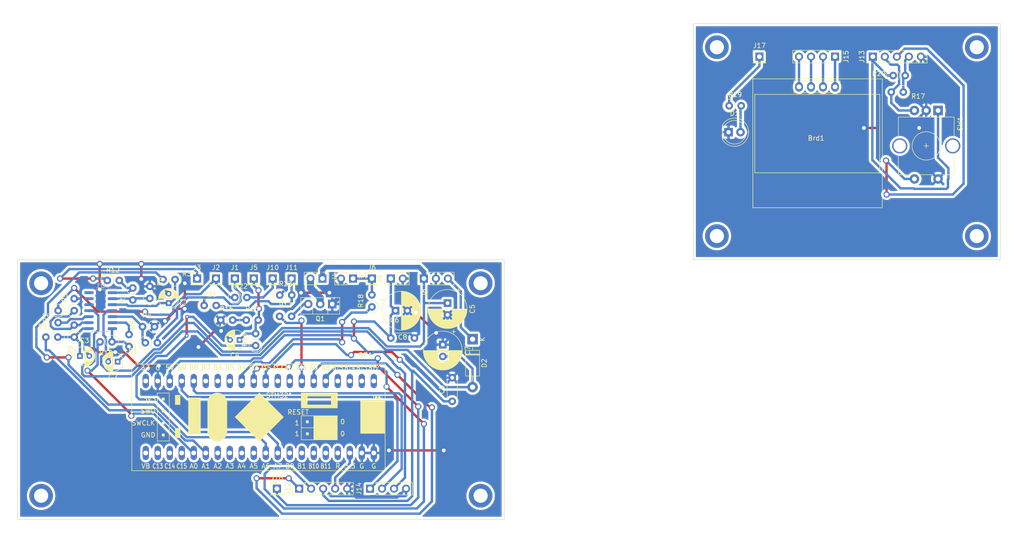
<source format=kicad_pcb>
(kicad_pcb (version 20171130) (host pcbnew "(5.1.6)-1")
  (layers (0 F.Cu signal) (31 B.Cu signal) (34 B.Paste user) (35 F.Paste user) (36 B.SilkS user) (37 F.SilkS user) (38 B.Mask user) (39 F.Mask user) (44 Edge.Cuts user))
  (net 0 "")
  (net 1 "Net-(BP1-Pad20)")
  (net 2 "Net-(BP1-Pad21)")
  (net 3 GND)
  (net 4 "Net-(BP1-Pad22)")
  (net 5 +5V)
  (net 6 "Net-(BP1-Pad23)")
  (net 7 B9)
  (net 8 "Net-(BP1-Pad24)")
  (net 9 B8)
  (net 10 A0)
  (net 11 "Net-(BP1-Pad15)")
  (net 12 A1)
  (net 13 "Net-(BP1-Pad14)")
  (net 14 "Net-(BP1-Pad27)")
  (net 15 "Net-(BP1-Pad13)")
  (net 16 "Net-(BP1-Pad28)")
  (net 17 B4)
  (net 18 "Net-(BP1-Pad29)")
  (net 19 B3)
  (net 20 "Net-(BP1-Pad30)")
  (net 21 A15)
  (net 22 A6)
  (net 23 "Net-(BP1-Pad9)")
  (net 24 A7)
  (net 25 "Net-(BP1-Pad8)")
  (net 26 "Net-(BP1-Pad33)")
  (net 27 A10)
  (net 28 "Net-(BP1-Pad34)")
  (net 29 A9)
  (net 30 "Net-(BP1-Pad35)")
  (net 31 A8)
  (net 32 "Net-(BP1-Pad36)")
  (net 33 "Net-(BP1-Pad4)")
  (net 34 "Net-(BP1-Pad37)")
  (net 35 "Net-(BP1-Pad3)")
  (net 36 3V3)
  (net 37 "Net-(BP1-Pad2)")
  (net 38 "Net-(BP1-Pad1)")
  (net 39 /PIN_3)
  (net 40 /PIN_7)
  (net 41 /PIN_8)
  (net 42 "Net-(C4-Pad1)")
  (net 43 +12V)
  (net 44 "Net-(D1-Pad2)")
  (net 45 "Net-(J3-Pad1)")
  (net 46 "Net-(J4-Pad2)")
  (net 47 "Net-(J6-Pad1)")
  (net 48 /-12V)
  (net 49 "Net-(Q1-Pad3)")
  (net 50 /PIN_5)
  (net 51 /PIN_10)
  (net 52 /PIN_9)
  (net 53 /PIN_2)
  (net 54 /PIN_1)
  (net 55 /PIN_6)
  (net 56 "Net-(R15-Pad1)")
  (net 57 "Net-(D2-Pad1)")
  (net 58 /Vout)
  (net 59 /Rshunt)
  (net 60 "Net-(J10-Pad1)")
  (net 61 "Net-(J11-Pad1)")
  (net 62 "Net-(Brd1-Pad4)")
  (net 63 "Net-(Brd1-Pad3)")
  (net 64 "Net-(Brd1-Pad1)")
  (net 65 "Net-(Brd1-Pad2)")
  (net 66 "Net-(J13-Pad4)")
  (net 67 "Net-(J13-Pad3)")
  (net 68 "Net-(J13-Pad2)")
  (net 69 "Net-(J13-Pad1)")
  (net 70 "Net-(J17-Pad1)")
  (net 71 /GND_DISPLAY)
  (module Capacitor_THT:C_Disc_D4.3mm_W1.9mm_P5.00mm (layer F.Cu) (at 129 120 90)
    (fp_text reference C9 (at 2.5 -2.2 90) (layer F.SilkS))
    (fp_text value 100n)
    (pad 2 thru_hole circle (at 5 0 90) (size 1.6 1.6) (drill 0.8) (layers *.Cu *.Mask) (net 3 GND))
    (pad 1 thru_hole circle (at 0 0 90) (size 1.6 1.6) (drill 0.8) (layers *.Cu *.Mask) (net 21 A15))
  )
  (module Capacitor_THT:CP_Radial_D4.0mm_P2.00mm (layer F.Cu) (at 69 99.2 90)
    (fp_text reference C1 (at 0.2 3 90) (layer F.SilkS))
    (fp_text value 10u)
    (pad 2 thru_hole circle (at 2 0 90) (size 1.2 1.2) (drill 0.6) (layers *.Cu *.Mask) (net 3 GND))
    (pad 1 thru_hole rect (at 0 0 90) (size 1.2 1.2) (drill 0.6) (layers *.Cu *.Mask) (net 39 /PIN_3))
  )
  (module Connector_PinHeader_2.54mm:PinHeader_1x01_P2.54mm_Vertical (layer F.Cu) (at 194 47)
    (fp_text reference J17 (at 0 -2.33) (layer F.SilkS))
    (fp_text value LED_connector)
    (pad 1 thru_hole rect (at 0 0) (size 1.7 1.7) (drill 1) (layers *.Cu *.Mask) (net 70 "Net-(J17-Pad1)"))
  )
  (module Connector_PinHeader_2.54mm:PinHeader_1x01_P2.54mm_Vertical (layer F.Cu) (at 91.9 138.5)
    (fp_text reference J16 (at 0 -2.33) (layer F.SilkS))
    (fp_text value LED_connector)
    (pad 1 thru_hole rect (at 0 0) (size 1.7 1.7) (drill 1) (layers *.Cu *.Mask) (net 19 B3))
  )
  (module Connector_PinHeader_2.54mm:PinHeader_1x04_P2.54mm_Vertical (layer F.Cu) (at 210 47 270)
    (fp_text reference J15 (at 0 -2.33 90) (layer F.SilkS))
    (fp_text value Conn_01x04)
    (pad 4 thru_hole oval (at 0 7.62 270) (size 1.7 1.7) (drill 1) (layers *.Cu *.Mask) (net 64 "Net-(Brd1-Pad1)"))
    (pad 3 thru_hole oval (at 0 5.08 270) (size 1.7 1.7) (drill 1) (layers *.Cu *.Mask) (net 65 "Net-(Brd1-Pad2)"))
    (pad 2 thru_hole oval (at 0 2.54 270) (size 1.7 1.7) (drill 1) (layers *.Cu *.Mask) (net 63 "Net-(Brd1-Pad3)"))
    (pad 1 thru_hole rect (at 0 0 270) (size 1.7 1.7) (drill 1) (layers *.Cu *.Mask) (net 62 "Net-(Brd1-Pad4)"))
  )
  (module Connector_PinHeader_2.54mm:PinHeader_1x04_P2.54mm_Vertical (layer F.Cu) (at 111.6 138.5 90)
    (fp_text reference J14 (at 0 -2.33 90) (layer F.SilkS))
    (fp_text value Conn_01x04)
    (pad 4 thru_hole oval (at 0 7.62 90) (size 1.7 1.7) (drill 1) (layers *.Cu *.Mask) (net 3 GND))
    (pad 3 thru_hole oval (at 0 5.08 90) (size 1.7 1.7) (drill 1) (layers *.Cu *.Mask) (net 5 +5V))
    (pad 2 thru_hole oval (at 0 2.54 90) (size 1.7 1.7) (drill 1) (layers *.Cu *.Mask) (net 9 B8))
    (pad 1 thru_hole rect (at 0 0 90) (size 1.7 1.7) (drill 1) (layers *.Cu *.Mask) (net 7 B9))
  )
  (module Connector_PinHeader_2.54mm:PinHeader_1x05_P2.54mm_Vertical (layer F.Cu) (at 218 47 90)
    (fp_text reference J13 (at 0 -2.33 90) (layer F.SilkS))
    (fp_text value Conn_01x05)
    (pad 5 thru_hole oval (at 0 10.16 90) (size 1.7 1.7) (drill 1) (layers *.Cu *.Mask) (net 71 /GND_DISPLAY))
    (pad 4 thru_hole oval (at 0 7.62 90) (size 1.7 1.7) (drill 1) (layers *.Cu *.Mask) (net 66 "Net-(J13-Pad4)"))
    (pad 3 thru_hole oval (at 0 5.08 90) (size 1.7 1.7) (drill 1) (layers *.Cu *.Mask) (net 67 "Net-(J13-Pad3)"))
    (pad 2 thru_hole oval (at 0 2.54 90) (size 1.7 1.7) (drill 1) (layers *.Cu *.Mask) (net 68 "Net-(J13-Pad2)"))
    (pad 1 thru_hole rect (at 0 0 90) (size 1.7 1.7) (drill 1) (layers *.Cu *.Mask) (net 69 "Net-(J13-Pad1)"))
  )
  (module Connector_PinHeader_2.54mm:PinHeader_1x05_P2.54mm_Vertical (layer F.Cu) (at 96.6 138.5 90)
    (fp_text reference J12 (at 0 -2.33 90) (layer F.SilkS))
    (fp_text value Conn_01x05)
    (pad 5 thru_hole oval (at 0 10.16 90) (size 1.7 1.7) (drill 1) (layers *.Cu *.Mask) (net 3 GND))
    (pad 4 thru_hole oval (at 0 7.62 90) (size 1.7 1.7) (drill 1) (layers *.Cu *.Mask) (net 36 3V3))
    (pad 3 thru_hole oval (at 0 5.08 90) (size 1.7 1.7) (drill 1) (layers *.Cu *.Mask) (net 21 A15))
    (pad 2 thru_hole oval (at 0 2.54 90) (size 1.7 1.7) (drill 1) (layers *.Cu *.Mask) (net 31 A8))
    (pad 1 thru_hole rect (at 0 0 90) (size 1.7 1.7) (drill 1) (layers *.Cu *.Mask) (net 29 A9))
  )
  (module Diode_THT:D_DO-41_SOD81_P10.16mm_Horizontal (layer F.Cu) (at 133.3 106.84 270)
    (fp_text reference D2 (at 5.08 -2.47 90) (layer F.SilkS))
    (fp_text value D_Schottky)
    (fp_text user K (at 0 -2.1 90) (layer F.SilkS))
    (pad 2 thru_hole oval (at 10.16 0 270) (size 2.2 2.2) (drill 1.1) (layers *.Cu *.Mask) (net 48 /-12V))
    (pad 1 thru_hole rect (at 0 0 270) (size 2.2 2.2) (drill 1.1) (layers *.Cu *.Mask) (net 57 "Net-(D2-Pad1)"))
  )
  (module Capacitor_THT:CP_Radial_D8.0mm_P2.50mm (layer F.Cu) (at 127 108 270)
    (fp_text reference C7 (at 1.25 -5.25 90) (layer F.SilkS))
    (fp_text value 100u)
    (pad 2 thru_hole circle (at 2.5 0 270) (size 1.6 1.6) (drill 0.8) (layers *.Cu *.Mask) (net 48 /-12V))
    (pad 1 thru_hole rect (at 0 0 270) (size 1.6 1.6) (drill 0.8) (layers *.Cu *.Mask) (net 3 GND))
  )
  (module Connector_PinHeader_2.54mm:PinHeader_1x03_P2.54mm_Vertical (layer F.Cu) (at 123 94 90)
    (fp_text reference J8 (at -3 0 90) (layer F.SilkS))
    (fp_text value 12V_Simetrico)
    (pad 3 thru_hole oval (at 0 5.08 90) (size 1.7 1.7) (drill 1) (layers *.Cu *.Mask) (net 57 "Net-(D2-Pad1)"))
    (pad 2 thru_hole oval (at 0 2.54 90) (size 1.7 1.7) (drill 1) (layers *.Cu *.Mask) (net 3 GND))
    (pad 1 thru_hole rect (at 0 0 90) (size 1.7 1.7) (drill 1) (layers *.Cu *.Mask) (net 43 +12V))
  )
  (module Capacitor_THT:CP_Radial_D8.0mm_P2.50mm (layer F.Cu) (at 128 99.2 270)
    (fp_text reference C5 (at 1.25 -5.25 90) (layer F.SilkS))
    (fp_text value 100u)
    (pad 2 thru_hole circle (at 2.5 0 270) (size 1.6 1.6) (drill 0.8) (layers *.Cu *.Mask) (net 3 GND))
    (pad 1 thru_hole rect (at 0 0 270) (size 1.6 1.6) (drill 0.8) (layers *.Cu *.Mask) (net 43 +12V))
  )
  (module Resistor_THT:R_Axial_DIN0207_L6.3mm_D2.5mm_P2.54mm_Vertical (layer F.Cu) (at 92.5 97.5)
    (fp_text reference R23 (at 1.27 -2.37) (layer F.SilkS))
    (fp_text value 2K)
    (pad 2 thru_hole oval (at 2.54 0) (size 1.6 1.6) (drill 0.8) (layers *.Cu *.Mask) (net 61 "Net-(J11-Pad1)"))
    (pad 1 thru_hole circle (at 0 0) (size 1.6 1.6) (drill 0.8) (layers *.Cu *.Mask) (net 3 GND))
  )
  (module Resistor_THT:R_Axial_DIN0207_L6.3mm_D2.5mm_P2.54mm_Vertical (layer F.Cu) (at 83 98)
    (fp_text reference R22 (at 1.27 -2.37) (layer F.SilkS))
    (fp_text value 2K)
    (pad 2 thru_hole oval (at 2.54 0) (size 1.6 1.6) (drill 0.8) (layers *.Cu *.Mask) (net 60 "Net-(J10-Pad1)"))
    (pad 1 thru_hole circle (at 0 0) (size 1.6 1.6) (drill 0.8) (layers *.Cu *.Mask) (net 59 /Rshunt))
  )
  (module Resistor_THT:R_Axial_DIN0207_L6.3mm_D2.5mm_P2.54mm_Vertical (layer F.Cu) (at 76.5 99.7)
    (fp_text reference R21 (at 1.27 -2.37) (layer F.SilkS))
    (fp_text value 10K)
    (pad 2 thru_hole oval (at 2.54 0) (size 1.6 1.6) (drill 0.8) (layers *.Cu *.Mask) (net 61 "Net-(J11-Pad1)"))
    (pad 1 thru_hole circle (at 0 0) (size 1.6 1.6) (drill 0.8) (layers *.Cu *.Mask) (net 58 /Vout))
  )
  (module Connector_PinHeader_2.54mm:PinHeader_1x01_P2.54mm_Vertical (layer F.Cu) (at 95 94)
    (fp_text reference J11 (at 0 -2.33) (layer F.SilkS))
    (fp_text value Pin_1_TL494)
    (pad 1 thru_hole rect (at 0 0) (size 1.7 1.7) (drill 1) (layers *.Cu *.Mask) (net 61 "Net-(J11-Pad1)"))
  )
  (module Connector_PinHeader_2.54mm:PinHeader_1x01_P2.54mm_Vertical (layer F.Cu) (at 91 94)
    (fp_text reference J10 (at 0 -2.33) (layer F.SilkS))
    (fp_text value Pin_16_TL494)
    (pad 1 thru_hole rect (at 0 0) (size 1.7 1.7) (drill 1) (layers *.Cu *.Mask) (net 60 "Net-(J10-Pad1)"))
  )
  (module bluepill:YAAJ_BluePill (layer F.Cu) (at 112.4 115.7 180)
    (fp_text reference BP1 (at 1.75006 5.45338 180) (layer F.SilkS))
    (fp_text value BluePill_1 hide)
    (fp_text user G (at 0 -18.034) (layer F.SilkS))
    (fp_text user G (at 2.54 -18.034) (layer F.SilkS))
    (fp_text user 3.3 (at 5.08 -18.034) (layer F.SilkS))
    (fp_text user R (at 7.62 -18.034) (layer F.SilkS))
    (fp_text user B11 (at 10.16 -18.034) (layer F.SilkS) (effects (font (size 1 0.762))))
    (fp_text user B10 (at 12.7 -18.034) (layer F.SilkS) (effects (font (size 1 0.762))))
    (fp_text user B1 (at 15.24 -18.034) (layer F.SilkS))
    (fp_text user B0 (at 17.78 -18.034) (layer F.SilkS))
    (fp_text user A7 (at 20.32 -18.034) (layer F.SilkS))
    (fp_text user A6 (at 22.86 -18.034) (layer F.SilkS))
    (fp_text user A5 (at 25.4 -18.034) (layer F.SilkS))
    (fp_text user A4 (at 27.94 -18.034) (layer F.SilkS))
    (fp_text user A3 (at 30.48 -18.034) (layer F.SilkS))
    (fp_text user A2 (at 33.02 -18.034) (layer F.SilkS))
    (fp_text user A1 (at 35.56 -18.034) (layer F.SilkS))
    (fp_text user A0 (at 38.1 -18.034) (layer F.SilkS))
    (fp_text user C15 (at 40.64 -18.034) (layer F.SilkS) (effects (font (size 1 0.762))))
    (fp_text user C14 (at 43.18 -18.034) (layer F.SilkS) (effects (font (size 1 0.762))))
    (fp_text user C13 (at 45.72 -18.034) (layer F.SilkS) (effects (font (size 1 0.762))))
    (fp_text user VB (at 48.26 -18.034) (layer F.SilkS))
    (fp_text user B12 (at 0 2.794) (layer F.SilkS) (effects (font (size 1 0.762))))
    (fp_text user B13 (at 2.54 2.794) (layer F.SilkS) (effects (font (size 1 0.762))))
    (fp_text user B14 (at 5.08 2.794) (layer F.SilkS) (effects (font (size 1 0.762))))
    (fp_text user B15 (at 7.62 2.794) (layer F.SilkS) (effects (font (size 1 0.762))))
    (fp_text user A8 (at 10.16 2.794) (layer F.SilkS))
    (fp_text user A9 (at 12.7 2.794) (layer F.SilkS))
    (fp_text user A10 (at 15.24 2.794) (layer F.SilkS) (effects (font (size 1 0.762))))
    (fp_text user A11 (at 17.78 2.794) (layer F.SilkS) (effects (font (size 1 0.762))))
    (fp_text user A12 (at 20.32 2.794) (layer F.SilkS) (effects (font (size 1 0.762))))
    (fp_text user A15 (at 22.86 2.794) (layer F.SilkS) (effects (font (size 1 0.762))))
    (fp_text user B3 (at 25.4 2.794) (layer F.SilkS))
    (fp_text user B4 (at 27.94 2.794) (layer F.SilkS))
    (fp_text user B5 (at 30.48 2.794) (layer F.SilkS))
    (fp_text user B6 (at 33.02 2.794) (layer F.SilkS))
    (fp_text user B7 (at 35.56 2.794) (layer F.SilkS))
    (fp_text user B8 (at 38.1 2.794) (layer F.SilkS))
    (fp_text user B9 (at 40.64 2.794) (layer F.SilkS))
    (fp_text user 5V (at 43.18 2.794) (layer F.SilkS))
    (fp_text user 3.3 (at 48.26 2.794) (layer F.SilkS) (effects (font (size 1 0.762))))
    (fp_text user G (at 45.72 2.794) (layer F.SilkS))
    (fp_text user 0 (at 6.604 -11.176) (layer F.SilkS))
    (fp_text user 0 (at 6.604 -8.636) (layer F.SilkS))
    (fp_text user 1 (at 16.256 -11.176) (layer F.SilkS))
    (fp_text user 1 (at 16.256 -8.89) (layer F.SilkS))
    (fp_text user RESET (at 16.002 -6.604) (layer F.SilkS))
    (fp_text user STM32° (at 20.066 -3.048) (layer F.SilkS))
    (fp_text user GND (at 47.752 -11.43) (layer F.SilkS))
    (fp_text user SWCLK (at 48.768 -8.89) (layer F.SilkS))
    (fp_text user SWO (at 47.752 -6.35) (layer F.SilkS))
    (fp_text user 3V3 (at 47.498 -3.81) (layer F.SilkS))
    (fp_text user Y@@J (at -0.8 -3.4) (layer F.SilkS) (effects (font (size 0.5 0.5) (thickness 0.1))))
    (pad 20 thru_hole oval (at 48.26 0 180) (size 1.3 3) (drill 1) (layers *.Cu *.Mask) (net 1 "Net-(BP1-Pad20)"))
    (pad 21 thru_hole oval (at 48.26 -15.24 180) (size 1.3 3) (drill 1) (layers *.Cu *.Mask) (net 2 "Net-(BP1-Pad21)"))
    (pad 19 thru_hole oval (at 45.72 0 180) (size 1.3 3) (drill 1) (layers *.Cu *.Mask) (net 3 GND))
    (pad 22 thru_hole oval (at 45.72 -15.24 180) (size 1.3 3) (drill 1) (layers *.Cu *.Mask) (net 4 "Net-(BP1-Pad22)"))
    (pad 18 thru_hole oval (at 43.18 0 180) (size 1.3 3) (drill 1) (layers *.Cu *.Mask) (net 5 +5V))
    (pad 23 thru_hole oval (at 43.18 -15.24762 180) (size 1.3 3) (drill 1) (layers *.Cu *.Mask) (net 6 "Net-(BP1-Pad23)"))
    (pad 17 thru_hole oval (at 40.64 0 180) (size 1.3 3) (drill 1) (layers *.Cu *.Mask) (net 7 B9))
    (pad 24 thru_hole oval (at 40.64 -15.24 180) (size 1.3 3) (drill 1) (layers *.Cu *.Mask) (net 8 "Net-(BP1-Pad24)"))
    (pad 16 thru_hole oval (at 38.1 0 180) (size 1.3 3) (drill 1) (layers *.Cu *.Mask) (net 9 B8))
    (pad 25 thru_hole oval (at 38.1 -15.24 180) (size 1.3 3) (drill 1) (layers *.Cu *.Mask) (net 10 A0))
    (pad 15 thru_hole oval (at 35.56 0 180) (size 1.3 3) (drill 1) (layers *.Cu *.Mask) (net 11 "Net-(BP1-Pad15)"))
    (pad 26 thru_hole oval (at 35.56 -15.24 180) (size 1.3 3) (drill 1) (layers *.Cu *.Mask) (net 12 A1))
    (pad 14 thru_hole oval (at 33.02 0 180) (size 1.3 3) (drill 1) (layers *.Cu *.Mask) (net 13 "Net-(BP1-Pad14)"))
    (pad 27 thru_hole oval (at 33.02 -15.24 180) (size 1.3 3) (drill 1) (layers *.Cu *.Mask) (net 14 "Net-(BP1-Pad27)"))
    (pad 13 thru_hole oval (at 30.48 -0.00762 180) (size 1.3 3) (drill 1) (layers *.Cu *.Mask) (net 15 "Net-(BP1-Pad13)"))
    (pad 28 thru_hole oval (at 30.48 -15.24 180) (size 1.3 3) (drill 1) (layers *.Cu *.Mask) (net 16 "Net-(BP1-Pad28)"))
    (pad 12 thru_hole oval (at 27.94 0 180) (size 1.3 3) (drill 1) (layers *.Cu *.Mask) (net 17 B4))
    (pad 29 thru_hole oval (at 27.94 -15.24 180) (size 1.3 3) (drill 1) (layers *.Cu *.Mask) (net 18 "Net-(BP1-Pad29)"))
    (pad 11 thru_hole oval (at 25.4 0 180) (size 1.3 3) (drill 1) (layers *.Cu *.Mask) (net 19 B3))
    (pad 30 thru_hole oval (at 25.4 -15.24 180) (size 1.3 3) (drill 1) (layers *.Cu *.Mask) (net 20 "Net-(BP1-Pad30)"))
    (pad 10 thru_hole oval (at 22.86 0 180) (size 1.3 3) (drill 1) (layers *.Cu *.Mask) (net 21 A15))
    (pad 31 thru_hole oval (at 22.86 -15.24 180) (size 1.3 3) (drill 1) (layers *.Cu *.Mask) (net 22 A6))
    (pad 9 thru_hole oval (at 20.32 0 180) (size 1.3 3) (drill 1) (layers *.Cu *.Mask) (net 23 "Net-(BP1-Pad9)"))
    (pad 32 thru_hole oval (at 20.32 -15.24762 180) (size 1.3 3) (drill 1) (layers *.Cu *.Mask) (net 24 A7))
    (pad 8 thru_hole oval (at 17.78 0 180) (size 1.3 3) (drill 1) (layers *.Cu *.Mask) (net 25 "Net-(BP1-Pad8)"))
    (pad 33 thru_hole oval (at 17.78 -15.24 180) (size 1.3 3) (drill 1) (layers *.Cu *.Mask) (net 26 "Net-(BP1-Pad33)"))
    (pad 7 thru_hole oval (at 15.24 0 180) (size 1.3 3) (drill 1) (layers *.Cu *.Mask) (net 27 A10))
    (pad 34 thru_hole oval (at 15.24 -15.24 180) (size 1.3 3) (drill 1) (layers *.Cu *.Mask) (net 28 "Net-(BP1-Pad34)"))
    (pad 6 thru_hole oval (at 12.7 0 180) (size 1.3 3) (drill 1) (layers *.Cu *.Mask) (net 29 A9))
    (pad 35 thru_hole oval (at 12.7 -15.24 180) (size 1.3 3) (drill 1) (layers *.Cu *.Mask) (net 30 "Net-(BP1-Pad35)"))
    (pad 5 thru_hole oval (at 10.16 0 180) (size 1.3 3) (drill 1) (layers *.Cu *.Mask) (net 31 A8))
    (pad 36 thru_hole oval (at 10.16 -15.24 180) (size 1.3 3) (drill 1) (layers *.Cu *.Mask) (net 32 "Net-(BP1-Pad36)"))
    (pad 4 thru_hole oval (at 7.62 0 180) (size 1.3 3) (drill 1) (layers *.Cu *.Mask) (net 33 "Net-(BP1-Pad4)"))
    (pad 37 thru_hole oval (at 7.62 -15.24 180) (size 1.3 3) (drill 1) (layers *.Cu *.Mask) (net 34 "Net-(BP1-Pad37)"))
    (pad 3 thru_hole oval (at 5.08 -0.00762 180) (size 1.3 3) (drill 1) (layers *.Cu *.Mask) (net 35 "Net-(BP1-Pad3)"))
    (pad 38 thru_hole oval (at 5.08 -15.24 180) (size 1.3 3) (drill 1) (layers *.Cu *.Mask) (net 36 3V3))
    (pad 2 thru_hole oval (at 2.54 0 180) (size 1.3 3) (drill 1) (layers *.Cu *.Mask) (net 37 "Net-(BP1-Pad2)"))
    (pad 39 thru_hole oval (at 2.54 -15.24762 180) (size 1.3 3) (drill 1) (layers *.Cu *.Mask) (net 3 GND))
    (pad 1 thru_hole oval (at 0 0 180) (size 1.3 3) (drill 1) (layers *.Cu *.Mask) (net 38 "Net-(BP1-Pad1)"))
    (pad 40 thru_hole oval (at 0 -15.24762 180) (size 1.3 3) (drill 1) (layers *.Cu *.Mask) (net 3 GND))
  )
  (module andy:128x64OLED (layer F.Cu) (at 206 64)
    (fp_text reference Brd1 (at 0 0.254) (layer F.SilkS))
    (fp_text value SSD1306)
    (pad 4 thru_hole oval (at 4 -10.6 90) (size 2 1.6) (drill 1) (layers *.Cu *.Mask) (net 62 "Net-(Brd1-Pad4)"))
    (pad 3 thru_hole oval (at 1.46 -10.6 90) (size 2 1.6) (drill 1) (layers *.Cu *.Mask) (net 63 "Net-(Brd1-Pad3)"))
    (pad 1 thru_hole oval (at -3.62 -10.6 90) (size 2 1.6) (drill 1) (layers *.Cu *.Mask) (net 64 "Net-(Brd1-Pad1)"))
    (pad 2 thru_hole oval (at -1.08 -10.6 90) (size 2 1.6) (drill 1) (layers *.Cu *.Mask) (net 65 "Net-(Brd1-Pad2)"))
  )
  (module Package_SO:SOIC-14_3.9x8.7mm_P1.27mm (layer B.Cu) (at 54.6 100.8 180)
    (fp_text reference U1 (at 0 5.28) (layer B.SilkS) (effects (justify mirror)))
    (fp_text value LM324)
    (pad 14 smd roundrect (at 2.475 3.81 180) (size 1.95 0.6) (layers B.Cu B.Paste B.Mask))
    (pad 13 smd roundrect (at 2.475 2.54 180) (size 1.95 0.6) (layers B.Cu B.Paste B.Mask))
    (pad 12 smd roundrect (at 2.475 1.27 180) (size 1.95 0.6) (layers B.Cu B.Paste B.Mask))
    (pad 11 smd roundrect (at 2.475 0 180) (size 1.95 0.6) (layers B.Cu B.Paste B.Mask) (net 48 /-12V))
    (pad 10 smd roundrect (at 2.475 -1.27 180) (size 1.95 0.6) (layers B.Cu B.Paste B.Mask) (net 51 /PIN_10))
    (pad 9 smd roundrect (at 2.475 -2.54 180) (size 1.95 0.6) (layers B.Cu B.Paste B.Mask) (net 52 /PIN_9))
    (pad 8 smd roundrect (at 2.475 -3.81 180) (size 1.95 0.6) (layers B.Cu B.Paste B.Mask) (net 41 /PIN_8))
    (pad 7 smd roundrect (at -2.475 -3.81 180) (size 1.95 0.6) (layers B.Cu B.Paste B.Mask) (net 40 /PIN_7))
    (pad 6 smd roundrect (at -2.475 -2.54 180) (size 1.95 0.6) (layers B.Cu B.Paste B.Mask) (net 55 /PIN_6))
    (pad 5 smd roundrect (at -2.475 -1.27 180) (size 1.95 0.6) (layers B.Cu B.Paste B.Mask) (net 50 /PIN_5))
    (pad 4 smd roundrect (at -2.475 0 180) (size 1.95 0.6) (layers B.Cu B.Paste B.Mask) (net 43 +12V))
    (pad 3 smd roundrect (at -2.475 1.27 180) (size 1.95 0.6) (layers B.Cu B.Paste B.Mask) (net 39 /PIN_3))
    (pad 2 smd roundrect (at -2.475 2.54 180) (size 1.95 0.6) (layers B.Cu B.Paste B.Mask) (net 53 /PIN_2))
    (pad 1 smd roundrect (at -2.475 3.81 180) (size 1.95 0.6) (layers B.Cu B.Paste B.Mask) (net 54 /PIN_1))
  )
  (module Rotary_Encoder:RotaryEncoder_Alps_EC11E-Switch_Vertical_H20mm_CircularMountingHoles (layer F.Cu) (at 231.8 58.4 270)
    (fp_text reference SW1 (at 2.8 -4.7 90) (layer F.SilkS))
    (fp_text value Rotary_Encoder_Switch)
    (pad A thru_hole rect (at 0 0 270) (size 2 2) (drill 1) (layers *.Cu *.Mask) (net 69 "Net-(J13-Pad1)"))
    (pad C thru_hole circle (at 0 2.5 270) (size 2 2) (drill 1) (layers *.Cu *.Mask) (net 71 /GND_DISPLAY))
    (pad B thru_hole circle (at 0 5 270) (size 2 2) (drill 1) (layers *.Cu *.Mask) (net 68 "Net-(J13-Pad2)"))
    (pad MP thru_hole circle (at 7.5 -3.1 270) (size 3.2 3.2) (drill 2.6) (layers *.Cu *.Mask))
    (pad MP thru_hole circle (at 7.5 8.1 270) (size 3.2 3.2) (drill 2.6) (layers *.Cu *.Mask))
    (pad S2 thru_hole circle (at 14.5 0 270) (size 2 2) (drill 1) (layers *.Cu *.Mask) (net 71 /GND_DISPLAY))
    (pad S1 thru_hole circle (at 14.5 5 270) (size 2 2) (drill 1) (layers *.Cu *.Mask) (net 67 "Net-(J13-Pad3)"))
  )
  (module Resistor_THT:R_Axial_DIN0207_L6.3mm_D2.5mm_P2.54mm_Vertical (layer F.Cu) (at 222.3 51)
    (fp_text reference R20 (at -3 -0.4) (layer F.SilkS))
    (fp_text value 10K)
    (pad 2 thru_hole oval (at 2.54 0) (size 1.6 1.6) (drill 0.8) (layers *.Cu *.Mask) (net 66 "Net-(J13-Pad4)"))
    (pad 1 thru_hole circle (at 0 0) (size 1.6 1.6) (drill 0.8) (layers *.Cu *.Mask) (net 69 "Net-(J13-Pad1)"))
  )
  (module Resistor_THT:R_Axial_DIN0207_L6.3mm_D2.5mm_P2.54mm_Vertical (layer F.Cu) (at 187.6 57.4)
    (fp_text reference R19 (at 1.27 -2.37) (layer F.SilkS))
    (fp_text value 470)
    (pad 2 thru_hole oval (at 2.54 0) (size 1.6 1.6) (drill 0.8) (layers *.Cu *.Mask) (net 44 "Net-(D1-Pad2)"))
    (pad 1 thru_hole circle (at 0 0) (size 1.6 1.6) (drill 0.8) (layers *.Cu *.Mask) (net 70 "Net-(J17-Pad1)"))
  )
  (module Resistor_THT:R_Axial_DIN0207_L6.3mm_D2.5mm_P2.54mm_Vertical (layer F.Cu) (at 112 100 90)
    (fp_text reference R18 (at 1.27 -2.37 90) (layer F.SilkS))
    (fp_text value 2K)
    (pad 2 thru_hole oval (at 2.54 0 90) (size 1.6 1.6) (drill 0.8) (layers *.Cu *.Mask) (net 47 "Net-(J6-Pad1)"))
    (pad 1 thru_hole circle (at 0 0 90) (size 1.6 1.6) (drill 0.8) (layers *.Cu *.Mask) (net 17 B4))
  )
  (module Resistor_THT:R_Axial_DIN0207_L6.3mm_D2.5mm_P2.54mm_Vertical (layer F.Cu) (at 224.44 54.5 180)
    (fp_text reference R17 (at -3.16 -0.9) (layer F.SilkS))
    (fp_text value 10K)
    (pad 2 thru_hole oval (at 2.54 0 180) (size 1.6 1.6) (drill 0.8) (layers *.Cu *.Mask) (net 68 "Net-(J13-Pad2)"))
    (pad 1 thru_hole circle (at 0 0 180) (size 1.6 1.6) (drill 0.8) (layers *.Cu *.Mask) (net 66 "Net-(J13-Pad4)"))
  )
  (module Resistor_THT:R_Axial_DIN0207_L6.3mm_D2.5mm_P2.54mm_Vertical (layer F.Cu) (at 80 102.8)
    (fp_text reference R16 (at 1.27 -2.37) (layer F.SilkS))
    (fp_text value 150)
    (pad 2 thru_hole oval (at 2.54 0) (size 1.6 1.6) (drill 0.8) (layers *.Cu *.Mask) (net 56 "Net-(R15-Pad1)"))
    (pad 1 thru_hole circle (at 0 0) (size 1.6 1.6) (drill 0.8) (layers *.Cu *.Mask) (net 3 GND))
  )
  (module Resistor_THT:R_Axial_DIN0207_L6.3mm_D2.5mm_P2.54mm_Vertical (layer F.Cu) (at 85.4 102.8)
    (fp_text reference R15 (at 1.27 -2.37) (layer F.SilkS))
    (fp_text value 220)
    (pad 2 thru_hole oval (at 2.54 0) (size 1.6 1.6) (drill 0.8) (layers *.Cu *.Mask) (net 42 "Net-(C4-Pad1)"))
    (pad 1 thru_hole circle (at 0 0) (size 1.6 1.6) (drill 0.8) (layers *.Cu *.Mask) (net 56 "Net-(R15-Pad1)"))
  )
  (module Resistor_THT:R_Axial_DIN0207_L6.3mm_D2.5mm_P2.54mm_Vertical (layer F.Cu) (at 87.4 108.2 90)
    (fp_text reference R14 (at 1.27 -2.37 90) (layer F.SilkS))
    (fp_text value 2K)
    (pad 2 thru_hole oval (at 2.54 0 90) (size 1.6 1.6) (drill 0.8) (layers *.Cu *.Mask) (net 42 "Net-(C4-Pad1)"))
    (pad 1 thru_hole circle (at 0 0 90) (size 1.6 1.6) (drill 0.8) (layers *.Cu *.Mask) (net 24 A7))
  )
  (module Resistor_THT:R_Axial_DIN0207_L6.3mm_D2.5mm_P2.54mm_Vertical (layer F.Cu) (at 92.46 102)
    (fp_text reference R13 (at 1.27 -2.37) (layer F.SilkS))
    (fp_text value 1K)
    (pad 2 thru_hole oval (at 2.54 0) (size 1.6 1.6) (drill 0.8) (layers *.Cu *.Mask) (net 49 "Net-(Q1-Pad3)"))
    (pad 1 thru_hole circle (at 0 0) (size 1.6 1.6) (drill 0.8) (layers *.Cu *.Mask) (net 27 A10))
  )
  (module Resistor_THT:R_Axial_DIN0207_L6.3mm_D2.5mm_P2.54mm_Vertical (layer F.Cu) (at 56 94.4)
    (fp_text reference R12 (at 1.2 -2.2) (layer F.SilkS))
    (fp_text value 2K)
    (pad 2 thru_hole oval (at 2.54 0) (size 1.6 1.6) (drill 0.8) (layers *.Cu *.Mask) (net 54 /PIN_1))
    (pad 1 thru_hole circle (at 0 0) (size 1.6 1.6) (drill 0.8) (layers *.Cu *.Mask) (net 45 "Net-(J3-Pad1)"))
  )
  (module Resistor_THT:R_Axial_DIN0207_L6.3mm_D2.5mm_P2.54mm_Vertical (layer F.Cu) (at 45.54 106.4 180)
    (fp_text reference R11 (at 2.74 2.2) (layer F.SilkS))
    (fp_text value 220)
    (pad 2 thru_hole oval (at 2.54 0 180) (size 1.6 1.6) (drill 0.8) (layers *.Cu *.Mask) (net 12 A1))
    (pad 1 thru_hole circle (at 0 0 180) (size 1.6 1.6) (drill 0.8) (layers *.Cu *.Mask) (net 41 /PIN_8))
  )
  (module Resistor_THT:R_Axial_DIN0207_L6.3mm_D2.5mm_P2.54mm_Vertical (layer F.Cu) (at 57 107.4 180)
    (fp_text reference R10 (at 1.27 -2.37) (layer F.SilkS))
    (fp_text value 220)
    (pad 2 thru_hole oval (at 2.54 0 180) (size 1.6 1.6) (drill 0.8) (layers *.Cu *.Mask) (net 10 A0))
    (pad 1 thru_hole circle (at 0 0 180) (size 1.6 1.6) (drill 0.8) (layers *.Cu *.Mask) (net 40 /PIN_7))
  )
  (module Resistor_THT:R_Axial_DIN0207_L6.3mm_D2.5mm_P2.54mm_Vertical (layer F.Cu) (at 49 106.4 90)
    (fp_text reference R9 (at -2.8 -0.8 90) (layer F.SilkS))
    (fp_text value 20K)
    (pad 2 thru_hole oval (at 2.54 0 90) (size 1.6 1.6) (drill 0.8) (layers *.Cu *.Mask) (net 52 /PIN_9))
    (pad 1 thru_hole circle (at 0 0 90) (size 1.6 1.6) (drill 0.8) (layers *.Cu *.Mask) (net 41 /PIN_8))
  )
  (module Resistor_THT:R_Axial_DIN0207_L6.3mm_D2.5mm_P2.54mm_Vertical (layer F.Cu) (at 60.6 108.4 90)
    (fp_text reference R8 (at 4.6 0.8 90) (layer F.SilkS))
    (fp_text value 10K)
    (pad 2 thru_hole oval (at 2.54 0 90) (size 1.6 1.6) (drill 0.8) (layers *.Cu *.Mask) (net 55 /PIN_6))
    (pad 1 thru_hole circle (at 0 0 90) (size 1.6 1.6) (drill 0.8) (layers *.Cu *.Mask) (net 40 /PIN_7))
  )
  (module Resistor_THT:R_Axial_DIN0207_L6.3mm_D2.5mm_P2.54mm_Vertical (layer F.Cu) (at 61.4 96 270)
    (fp_text reference R7 (at 2.14 2.2 90) (layer F.SilkS))
    (fp_text value 2.7K)
    (pad 2 thru_hole oval (at 2.54 0 270) (size 1.6 1.6) (drill 0.8) (layers *.Cu *.Mask) (net 53 /PIN_2))
    (pad 1 thru_hole circle (at 0 0 270) (size 1.6 1.6) (drill 0.8) (layers *.Cu *.Mask) (net 54 /PIN_1))
  )
  (module Resistor_THT:R_Axial_DIN0207_L6.3mm_D2.5mm_P2.54mm_Vertical (layer F.Cu) (at 65 98.2 90)
    (fp_text reference R6 (at 3.6 2.2 90) (layer F.SilkS))
    (fp_text value 5.1K)
    (pad 2 thru_hole oval (at 2.54 0 90) (size 1.6 1.6) (drill 0.8) (layers *.Cu *.Mask) (net 3 GND))
    (pad 1 thru_hole circle (at 0 0 90) (size 1.6 1.6) (drill 0.8) (layers *.Cu *.Mask) (net 53 /PIN_2))
  )
  (module Resistor_THT:R_Axial_DIN0207_L6.3mm_D2.5mm_P2.54mm_Vertical (layer F.Cu) (at 49 100.8 90)
    (fp_text reference R5 (at 2.8 -2 90) (layer F.SilkS))
    (fp_text value 10K)
    (pad 2 thru_hole oval (at 2.54 0 90) (size 1.6 1.6) (drill 0.8) (layers *.Cu *.Mask) (net 3 GND))
    (pad 1 thru_hole circle (at 0 0 90) (size 1.6 1.6) (drill 0.8) (layers *.Cu *.Mask) (net 52 /PIN_9))
  )
  (module Resistor_THT:R_Axial_DIN0207_L6.3mm_D2.5mm_P2.54mm_Vertical (layer F.Cu) (at 66 104.2 180)
    (fp_text reference R4 (at 1.6 2.4) (layer F.SilkS))
    (fp_text value 2K)
    (pad 2 thru_hole oval (at 2.54 0 180) (size 1.6 1.6) (drill 0.8) (layers *.Cu *.Mask) (net 50 /PIN_5))
    (pad 1 thru_hole circle (at 0 0 180) (size 1.6 1.6) (drill 0.8) (layers *.Cu *.Mask) (net 3 GND))
  )
  (module Resistor_THT:R_Axial_DIN0207_L6.3mm_D2.5mm_P2.54mm_Vertical (layer F.Cu) (at 70.34 94.2 180)
    (fp_text reference R3 (at -2.46 1.2) (layer F.SilkS))
    (fp_text value 2K)
    (pad 2 thru_hole oval (at 2.54 0 180) (size 1.6 1.6) (drill 0.8) (layers *.Cu *.Mask) (net 22 A6))
    (pad 1 thru_hole circle (at 0 0 180) (size 1.6 1.6) (drill 0.8) (layers *.Cu *.Mask) (net 39 /PIN_3))
  )
  (module Resistor_THT:R_Axial_DIN0207_L6.3mm_D2.5mm_P2.54mm_Vertical (layer F.Cu) (at 45.6 100.8 270)
    (fp_text reference R2 (at 1.4 2.6 90) (layer F.SilkS))
    (fp_text value 2K)
    (pad 2 thru_hole oval (at 2.54 0 270) (size 1.6 1.6) (drill 0.8) (layers *.Cu *.Mask) (net 51 /PIN_10))
    (pad 1 thru_hole circle (at 0 0 270) (size 1.6 1.6) (drill 0.8) (layers *.Cu *.Mask) (net 59 /Rshunt))
  )
  (module Resistor_THT:R_Axial_DIN0207_L6.3mm_D2.5mm_P2.54mm_Vertical (layer F.Cu) (at 64.06 107.6)
    (fp_text reference R1 (at -2.6 1.8) (layer F.SilkS))
    (fp_text value 22K)
    (pad 2 thru_hole oval (at 2.54 0) (size 1.6 1.6) (drill 0.8) (layers *.Cu *.Mask) (net 58 /Vout))
    (pad 1 thru_hole circle (at 0 0) (size 1.6 1.6) (drill 0.8) (layers *.Cu *.Mask) (net 50 /PIN_5))
  )
  (module Package_TO_SOT_THT:TO-126-3_Vertical (layer F.Cu) (at 103.6 99.4 180)
    (fp_text reference Q1 (at 2.54 -3.12) (layer F.SilkS))
    (fp_text value BD139)
    (pad 3 thru_hole oval (at 5.08 0 180) (size 1.8 1.8) (drill 1) (layers *.Cu *.Mask) (net 49 "Net-(Q1-Pad3)"))
    (pad 2 thru_hole oval (at 2.54 0 180) (size 1.8 1.8) (drill 1) (layers *.Cu *.Mask) (net 46 "Net-(J4-Pad2)"))
    (pad 1 thru_hole rect (at 0 0 180) (size 1.8 1.8) (drill 1) (layers *.Cu *.Mask) (net 3 GND))
  )
  (module Connector_PinHeader_2.54mm:PinHeader_1x02_P2.54mm_Vertical (layer F.Cu) (at 116 94 90)
    (fp_text reference J9 (at 0 -2.33 90) (layer F.SilkS))
    (fp_text value 5V)
    (pad 2 thru_hole oval (at 0 2.54 90) (size 1.7 1.7) (drill 1) (layers *.Cu *.Mask) (net 3 GND))
    (pad 1 thru_hole rect (at 0 0 90) (size 1.7 1.7) (drill 1) (layers *.Cu *.Mask) (net 5 +5V))
  )
  (module Connector_PinHeader_2.54mm:PinHeader_1x02_P2.54mm_Vertical (layer F.Cu) (at 108 94 270)
    (fp_text reference J7 (at 0 -2.33 90) (layer F.SilkS))
    (fp_text value SWITCH_STBY)
    (pad 2 thru_hole oval (at 0 2.54 270) (size 1.7 1.7) (drill 1) (layers *.Cu *.Mask) (net 3 GND))
    (pad 1 thru_hole rect (at 0 0 270) (size 1.7 1.7) (drill 1) (layers *.Cu *.Mask) (net 47 "Net-(J6-Pad1)"))
  )
  (module Connector_PinHeader_2.54mm:PinHeader_1x01_P2.54mm_Vertical (layer F.Cu) (at 112 94)
    (fp_text reference J6 (at 0 -2.33) (layer F.SilkS))
    (fp_text value PS_ON)
    (pad 1 thru_hole rect (at 0 0) (size 1.7 1.7) (drill 1) (layers *.Cu *.Mask) (net 47 "Net-(J6-Pad1)"))
  )
  (module Connector_PinHeader_2.54mm:PinHeader_1x01_P2.54mm_Vertical (layer F.Cu) (at 87 94)
    (fp_text reference J5 (at 0 -2.33) (layer F.SilkS))
    (fp_text value Pin_15_TL494)
    (pad 1 thru_hole rect (at 0 0) (size 1.7 1.7) (drill 1) (layers *.Cu *.Mask) (net 42 "Net-(C4-Pad1)"))
  )
  (module Connector_PinHeader_2.54mm:PinHeader_1x02_P2.54mm_Vertical (layer F.Cu) (at 101.54 94 270)
    (fp_text reference J4 (at -0.4 -2.6 90) (layer F.SilkS))
    (fp_text value FAN)
    (pad 2 thru_hole oval (at 0 2.54 270) (size 1.7 1.7) (drill 1) (layers *.Cu *.Mask) (net 46 "Net-(J4-Pad2)"))
    (pad 1 thru_hole rect (at 0 0 270) (size 1.7 1.7) (drill 1) (layers *.Cu *.Mask) (net 43 +12V))
  )
  (module Connector_PinHeader_2.54mm:PinHeader_1x01_P2.54mm_Vertical (layer F.Cu) (at 75 94)
    (fp_text reference J3 (at 0 -2.33) (layer F.SilkS))
    (fp_text value Pin_2_TL494)
    (pad 1 thru_hole rect (at 0 0) (size 1.7 1.7) (drill 1) (layers *.Cu *.Mask) (net 45 "Net-(J3-Pad1)"))
  )
  (module Connector_PinHeader_2.54mm:PinHeader_1x01_P2.54mm_Vertical (layer F.Cu) (at 79 94)
    (fp_text reference J2 (at 0 -2.33) (layer F.SilkS))
    (fp_text value Rshunt)
    (pad 1 thru_hole rect (at 0 0) (size 1.7 1.7) (drill 1) (layers *.Cu *.Mask) (net 59 /Rshunt))
  )
  (module Connector_PinHeader_2.54mm:PinHeader_1x01_P2.54mm_Vertical (layer F.Cu) (at 83 94)
    (fp_text reference J1 (at 0 -2.33) (layer F.SilkS))
    (fp_text value Vout)
    (pad 1 thru_hole rect (at 0 0) (size 1.7 1.7) (drill 1) (layers *.Cu *.Mask) (net 58 /Vout))
  )
  (module LED_THT:LED_D5.0mm (layer F.Cu) (at 187.46 63)
    (fp_text reference D1 (at 1.27 -3.96) (layer F.SilkS))
    (fp_text value LED)
    (pad 2 thru_hole circle (at 2.54 0) (size 1.8 1.8) (drill 0.9) (layers *.Cu *.Mask) (net 44 "Net-(D1-Pad2)"))
    (pad 1 thru_hole rect (at 0 0) (size 1.8 1.8) (drill 0.9) (layers *.Cu *.Mask) (net 71 /GND_DISPLAY))
  )
  (module Capacitor_THT:C_Disc_D4.3mm_W1.9mm_P5.00mm (layer F.Cu) (at 116 106.6)
    (fp_text reference C8 (at 2.5 -0.2) (layer F.SilkS))
    (fp_text value 100n)
    (pad 2 thru_hole circle (at 5 0) (size 1.6 1.6) (drill 0.8) (layers *.Cu *.Mask) (net 3 GND))
    (pad 1 thru_hole circle (at 0 0) (size 1.6 1.6) (drill 0.8) (layers *.Cu *.Mask) (net 5 +5V))
  )
  (module Capacitor_THT:CP_Radial_D8.0mm_P2.50mm (layer F.Cu) (at 117 100.8)
    (fp_text reference C6 (at -0.2 2) (layer F.SilkS))
    (fp_text value 100u)
    (pad 2 thru_hole circle (at 2.5 0) (size 1.6 1.6) (drill 0.8) (layers *.Cu *.Mask) (net 3 GND))
    (pad 1 thru_hole rect (at 0 0) (size 1.6 1.6) (drill 0.8) (layers *.Cu *.Mask) (net 5 +5V))
  )
  (module Capacitor_THT:CP_Radial_D4.0mm_P2.00mm (layer F.Cu) (at 84 107 180)
    (fp_text reference C4 (at 1 -3.25) (layer F.SilkS))
    (fp_text value 10u)
    (pad 2 thru_hole circle (at 2 0 180) (size 1.2 1.2) (drill 0.6) (layers *.Cu *.Mask) (net 3 GND))
    (pad 1 thru_hole rect (at 0 0 180) (size 1.2 1.2) (drill 0.6) (layers *.Cu *.Mask) (net 42 "Net-(C4-Pad1)"))
  )
  (module Capacitor_THT:CP_Radial_D4.0mm_P2.00mm (layer F.Cu) (at 50.2 110.4)
    (fp_text reference C3 (at 1 -3.25) (layer F.SilkS))
    (fp_text value 10u)
    (pad 2 thru_hole circle (at 2 0) (size 1.2 1.2) (drill 0.6) (layers *.Cu *.Mask) (net 3 GND))
    (pad 1 thru_hole rect (at 0 0) (size 1.2 1.2) (drill 0.6) (layers *.Cu *.Mask) (net 41 /PIN_8))
  )
  (module Capacitor_THT:CP_Radial_D4.0mm_P2.00mm (layer F.Cu) (at 58.2 111.6 180)
    (fp_text reference C2 (at 1 -3.25) (layer F.SilkS))
    (fp_text value 10u)
    (pad 2 thru_hole circle (at 2 0 180) (size 1.2 1.2) (drill 0.6) (layers *.Cu *.Mask) (net 3 GND))
    (pad 1 thru_hole rect (at 0 0 180) (size 1.2 1.2) (drill 0.6) (layers *.Cu *.Mask) (net 40 /PIN_7))
  )
  (gr_poly (pts (xy 245 90) (xy 180 90) (xy 180 40) (xy 245 40)) (layer Edge.Cuts) (width 0.1))
  (gr_poly (pts (xy 140 145) (xy 37 145) (xy 37 90) (xy 140 90)) (layer Edge.Cuts) (width 0.1))
  (via (at 42 95) (size 5) (drill 3) (layers F.Cu B.Cu) (net 0))
  (via (at 42 140) (size 5) (drill 3) (layers F.Cu B.Cu) (net 0))
  (via (at 135 140) (size 5) (drill 3) (layers F.Cu B.Cu) (net 0))
  (via (at 135 95) (size 5) (drill 3) (layers F.Cu B.Cu) (net 0))
  (via (at 185 45) (size 5) (drill 3) (layers F.Cu B.Cu) (net 0))
  (via (at 240 45) (size 5) (drill 3) (layers F.Cu B.Cu) (net 0))
  (via (at 240 85) (size 5) (drill 3) (layers F.Cu B.Cu) (net 0))
  (via (at 185 85) (size 5) (drill 3) (layers F.Cu B.Cu) (net 0))
  (via (at 51.8 108.8) (size 1.3) (drill 0.8) (layers F.Cu B.Cu) (net 3))
  (segment (start 65 95.66) (end 66.54 97.2) (width 0.5) (layer B.Cu) (net 3))
  (segment (start 66.54 97.2) (end 69 97.2) (width 0.5) (layer B.Cu) (net 3))
  (segment (start 82 107) (end 80.1 105.1) (width 0.5) (layer B.Cu) (net 3))
  (segment (start 79.8 103) (end 80 102.8) (width 0.5) (layer B.Cu) (net 3))
  (segment (start 79.8 104.8) (end 79.8 103) (width 0.5) (layer B.Cu) (net 3))
  (segment (start 119.54 100.76) (end 119.5 100.8) (width 0.5) (layer B.Cu) (net 3))
  (segment (start 119.5 105.1) (end 121 106.6) (width 0.5) (layer B.Cu) (net 3))
  (segment (start 119.5 100.8) (end 119.5 105.1) (width 0.5) (layer B.Cu) (net 3))
  (segment (start 118.54 99.84) (end 119.5 100.8) (width 0.5) (layer B.Cu) (net 3))
  (segment (start 118.54 94) (end 118.54 99.84) (width 0.5) (layer B.Cu) (net 3))
  (segment (start 105.46 97.54) (end 103.6 99.4) (width 1) (layer B.Cu) (net 3))
  (segment (start 105.46 94) (end 105.46 97.54) (width 1) (layer B.Cu) (net 3))
  (segment (start 125.54 94) (end 125.54 96.74) (width 0.5) (layer B.Cu) (net 3))
  (segment (start 125.54 96.74) (end 126.1 97.3) (width 0.5) (layer B.Cu) (net 3))
  (segment (start 126.1 97.3) (end 129 97.3) (width 0.5) (layer B.Cu) (net 3))
  (segment (start 129 97.3) (end 129.6 97.9) (width 0.5) (layer B.Cu) (net 3))
  (segment (start 129.6 97.9) (end 129.6 101) (width 0.5) (layer B.Cu) (net 3))
  (segment (start 128.9 101.7) (end 128 101.7) (width 0.5) (layer B.Cu) (net 3))
  (segment (start 129.6 101) (end 128.9 101.7) (width 0.5) (layer B.Cu) (net 3))
  (segment (start 117.320011 140.399989) (end 108.659989 140.399989) (width 0.5) (layer B.Cu) (net 3))
  (segment (start 119.22 138.5) (end 117.320011 140.399989) (width 0.5) (layer B.Cu) (net 3))
  (segment (start 108.659989 140.399989) (end 106.76 138.5) (width 0.5) (layer B.Cu) (net 3))
  (segment (start 128 107) (end 127 108) (width 0.5) (layer B.Cu) (net 3))
  (segment (start 128 101.7) (end 128 107) (width 0.5) (layer B.Cu) (net 3))
  (segment (start 129 115) (end 127.5 115) (width 0.5) (layer B.Cu) (net 3))
  (segment (start 127.5 115) (end 124.5 112) (width 0.5) (layer B.Cu) (net 3))
  (segment (start 124.5 112) (end 124.5 108.4) (width 0.5) (layer B.Cu) (net 3))
  (segment (start 124.9 108) (end 127 108) (width 0.5) (layer B.Cu) (net 3))
  (segment (start 124.5 108.4) (end 124.9 108) (width 0.5) (layer B.Cu) (net 3))
  (segment (start 109.86 130.94762) (end 112.4 130.94762) (width 0.5) (layer B.Cu) (net 3))
  (segment (start 109.86 135.4) (end 106.76 138.5) (width 0.5) (layer B.Cu) (net 3))
  (segment (start 109.86 130.94762) (end 109.86 135.4) (width 0.5) (layer B.Cu) (net 3))
  (via (at 103 97) (size 1.3) (drill 0.8) (layers F.Cu B.Cu) (net 3))
  (via (at 97 97) (size 1.3) (drill 0.8) (layers F.Cu B.Cu) (net 3))
  (segment (start 97 97) (end 103 97) (width 0.5) (layer F.Cu) (net 3))
  (via (at 125.6 105.5) (size 1.3) (drill 0.8) (layers F.Cu B.Cu) (net 3))
  (segment (start 125.6 105.5) (end 121.3 101.2) (width 0.5) (layer F.Cu) (net 3))
  (segment (start 121.3 101.2) (end 121.3 101.2) (width 0.5) (layer F.Cu) (net 3))
  (via (at 121.3 101.2) (size 1.3) (drill 0.8) (layers F.Cu B.Cu) (net 3))
  (via (at 72.4 95) (size 1.3) (drill 0.8) (layers F.Cu B.Cu) (net 3))
  (via (at 72.4 100.4) (size 1.3) (drill 0.8) (layers F.Cu B.Cu) (net 3))
  (segment (start 72.4 95) (end 72.4 100.4) (width 0.5) (layer F.Cu) (net 3))
  (via (at 63.2 94.1) (size 1.3) (drill 0.8) (layers F.Cu B.Cu) (net 3))
  (via (at 63.2 90.9) (size 1.3) (drill 0.8) (layers F.Cu B.Cu) (net 3))
  (segment (start 63.2 90.9) (end 63.2 94.1) (width 0.5) (layer F.Cu) (net 3))
  (via (at 115.6 130.4) (size 1.3) (drill 0.8) (layers F.Cu B.Cu) (net 3))
  (via (at 127.2 130.4) (size 1.3) (drill 0.8) (layers F.Cu B.Cu) (net 3))
  (segment (start 127.2 130.4) (end 115.6 130.4) (width 0.5) (layer F.Cu) (net 3))
  (via (at 68.2 103) (size 1.3) (drill 0.8) (layers F.Cu B.Cu) (net 3))
  (segment (start 70.8 100.4) (end 68.2 103) (width 0.5) (layer F.Cu) (net 3))
  (segment (start 72.4 100.4) (end 70.8 100.4) (width 0.5) (layer F.Cu) (net 3))
  (via (at 54.4 96.3) (size 1.3) (drill 0.8) (layers F.Cu B.Cu) (net 3))
  (via (at 54.4 90.9) (size 1.3) (drill 0.8) (layers F.Cu B.Cu) (net 3))
  (segment (start 54.4 96.3) (end 54.4 90.9) (width 0.5) (layer F.Cu) (net 3))
  (segment (start 80.1 105.1) (end 79.8 104.8) (width 0.5) (layer B.Cu) (net 3))
  (via (at 80.1 105.1) (size 1.3) (drill 0.8) (layers F.Cu B.Cu) (net 3))
  (via (at 75.3 108.5) (size 1.3) (drill 0.8) (layers F.Cu B.Cu) (net 3))
  (segment (start 78.7 105.1) (end 75.3 108.5) (width 0.5) (layer F.Cu) (net 3))
  (segment (start 80.1 105.1) (end 78.7 105.1) (width 0.5) (layer F.Cu) (net 3))
  (segment (start 57.7 109.6) (end 57.7 109.6) (width 0.5) (layer B.Cu) (net 3))
  (via (at 57.7 109.6) (size 1.3) (drill 0.8) (layers F.Cu B.Cu) (net 3))
  (via (at 66.9 112.5) (size 1.3) (drill 0.8) (layers F.Cu B.Cu) (net 3))
  (segment (start 56.2 111.6) (end 56.2 111.1) (width 0.5) (layer F.Cu) (net 3))
  (segment (start 57.7 109.6) (end 56.4 110.9) (width 0.5) (layer B.Cu) (net 3))
  (segment (start 56.4 111.4) (end 56.2 111.6) (width 0.5) (layer B.Cu) (net 3))
  (segment (start 56.4 110.9) (end 56.4 111.4) (width 0.5) (layer B.Cu) (net 3))
  (segment (start 51.8 110) (end 52.2 110.4) (width 0.5) (layer B.Cu) (net 3))
  (segment (start 51.8 108.8) (end 51.8 110) (width 0.5) (layer B.Cu) (net 3))
  (segment (start 66.9 112.5) (end 62.5 112.5) (width 0.5) (layer F.Cu) (net 3))
  (segment (start 59.6 109.6) (end 57.7 109.6) (width 0.5) (layer F.Cu) (net 3))
  (segment (start 62.5 112.5) (end 59.6 109.6) (width 0.5) (layer F.Cu) (net 3))
  (segment (start 57.7 109.6) (end 54.1 109.6) (width 0.5) (layer F.Cu) (net 3))
  (segment (start 53.3 108.8) (end 51.8 108.8) (width 0.5) (layer F.Cu) (net 3))
  (segment (start 54.1 109.6) (end 53.3 108.8) (width 0.5) (layer F.Cu) (net 3))
  (segment (start 116 101.8) (end 117 100.8) (width 0.5) (layer B.Cu) (net 5))
  (segment (start 116 106.6) (end 116 101.8) (width 0.5) (layer B.Cu) (net 5))
  (segment (start 116 99.8) (end 117 100.8) (width 0.5) (layer B.Cu) (net 5))
  (segment (start 116 94) (end 116 99.8) (width 0.5) (layer B.Cu) (net 5))
  (via (at 108.2 106.7) (size 1.3) (drill 0.8) (layers F.Cu B.Cu) (net 5))
  (via (at 108.2 103.1) (size 1.3) (drill 0.8) (layers F.Cu B.Cu) (net 5))
  (segment (start 108.2 106.7) (end 108.2 103.1) (width 0.5) (layer F.Cu) (net 5))
  (segment (start 112.5 103.1) (end 116 106.6) (width 0.5) (layer B.Cu) (net 5))
  (segment (start 108.2 103.1) (end 112.5 103.1) (width 0.5) (layer B.Cu) (net 5))
  (segment (start 86.910046 110.899989) (end 86.310036 111.5) (width 0.5) (layer B.Cu) (net 5))
  (segment (start 69.22 113.7) (end 69.22 115.7) (width 0.5) (layer B.Cu) (net 5))
  (segment (start 88.610047 110.899989) (end 86.910046 110.899989) (width 0.5) (layer B.Cu) (net 5))
  (segment (start 71.42 111.5) (end 69.22 113.7) (width 0.5) (layer B.Cu) (net 5))
  (segment (start 108.2 106.7) (end 107.5 106) (width 0.5) (layer B.Cu) (net 5))
  (segment (start 107.5 106) (end 93.510036 106) (width 0.5) (layer B.Cu) (net 5))
  (segment (start 93.510036 106) (end 88.610047 110.899989) (width 0.5) (layer B.Cu) (net 5))
  (segment (start 86.310036 111.5) (end 71.42 111.5) (width 0.5) (layer B.Cu) (net 5))
  (segment (start 117.6 113) (end 117.9 113) (width 0.5) (layer B.Cu) (net 5))
  (segment (start 111.299988 109.799988) (end 112.100012 109.799988) (width 0.5) (layer B.Cu) (net 5))
  (segment (start 119.000011 114.100011) (end 119.000011 136.179989) (width 0.5) (layer B.Cu) (net 5))
  (segment (start 108.2 106.7) (end 111.299988 109.799988) (width 0.5) (layer B.Cu) (net 5))
  (segment (start 119.000011 136.179989) (end 116.68 138.5) (width 0.5) (layer B.Cu) (net 5))
  (segment (start 117.9 113) (end 119.000011 114.100011) (width 0.5) (layer B.Cu) (net 5))
  (segment (start 112.100012 109.799988) (end 112.4 109.5) (width 0.5) (layer B.Cu) (net 5))
  (segment (start 116.4 111.6) (end 116.4 111.8) (width 0.5) (layer B.Cu) (net 5))
  (segment (start 112.4 109.5) (end 114.3 109.5) (width 0.5) (layer B.Cu) (net 5))
  (segment (start 116.4 111.8) (end 117.6 113) (width 0.5) (layer B.Cu) (net 5))
  (segment (start 114.3 109.5) (end 116.4 111.6) (width 0.5) (layer B.Cu) (net 5))
  (segment (start 117.4 119.8) (end 116.7 119.1) (width 0.5) (layer B.Cu) (net 7))
  (segment (start 117.4 132.7) (end 117.4 119.8) (width 0.5) (layer B.Cu) (net 7))
  (segment (start 73.16 119.1) (end 71.76 117.7) (width 0.5) (layer B.Cu) (net 7))
  (segment (start 116.7 119.1) (end 73.16 119.1) (width 0.5) (layer B.Cu) (net 7))
  (segment (start 71.76 117.7) (end 71.76 115.7) (width 0.5) (layer B.Cu) (net 7))
  (segment (start 111.6 138.5) (end 117.4 132.7) (width 0.5) (layer B.Cu) (net 7))
  (segment (start 118.3 134.34) (end 118.3 118.9) (width 0.5) (layer B.Cu) (net 9))
  (segment (start 74.3 117.7) (end 74.3 115.7) (width 0.5) (layer B.Cu) (net 9))
  (segment (start 74.9 118.3) (end 74.3 117.7) (width 0.5) (layer B.Cu) (net 9))
  (segment (start 118.3 118.9) (end 117.7 118.3) (width 0.5) (layer B.Cu) (net 9))
  (segment (start 117.7 118.3) (end 74.9 118.3) (width 0.5) (layer B.Cu) (net 9))
  (segment (start 114.14 138.5) (end 118.3 134.34) (width 0.5) (layer B.Cu) (net 9))
  (segment (start 54 107.86) (end 54.46 107.4) (width 0.5) (layer B.Cu) (net 10))
  (segment (start 74.165649 130.94) (end 65.82567 122.600021) (width 0.5) (layer B.Cu) (net 10))
  (segment (start 74.3 130.94) (end 74.165649 130.94) (width 0.5) (layer B.Cu) (net 10))
  (via (at 61.1 123.1) (size 1.3) (drill 0.8) (layers F.Cu B.Cu) (net 10))
  (via (at 51.80002 113.5) (size 1.3) (drill 0.8) (layers F.Cu B.Cu) (net 10))
  (segment (start 53.950012 112.269246) (end 52.719258 113.5) (width 0.5) (layer B.Cu) (net 10))
  (segment (start 54.46 107.4) (end 53.950012 107.909988) (width 0.5) (layer B.Cu) (net 10))
  (segment (start 51.80002 113.60002) (end 51.80002 113.5) (width 0.5) (layer F.Cu) (net 10))
  (segment (start 53.950012 107.909988) (end 53.950012 112.269246) (width 0.5) (layer B.Cu) (net 10))
  (segment (start 52.719258 113.5) (end 51.80002 113.5) (width 0.5) (layer B.Cu) (net 10))
  (segment (start 51.80002 113.5) (end 61.2 122.89998) (width 0.5) (layer F.Cu) (net 10))
  (segment (start 61.599979 122.600021) (end 61.1 123.1) (width 0.5) (layer B.Cu) (net 10))
  (segment (start 65.82567 122.600021) (end 61.599979 122.600021) (width 0.5) (layer B.Cu) (net 10))
  (segment (start 72.515625 128.300011) (end 74.200011 128.300011) (width 0.5) (layer B.Cu) (net 12))
  (segment (start 66.115624 121.90001) (end 72.515625 128.300011) (width 0.5) (layer B.Cu) (net 12))
  (segment (start 43 109.189964) (end 43.689964 109.189964) (width 0.5) (layer B.Cu) (net 12))
  (segment (start 74.200011 128.300011) (end 76.84 130.94) (width 0.5) (layer B.Cu) (net 12))
  (segment (start 43.689964 109.189964) (end 47.099989 112.599989) (width 0.5) (layer B.Cu) (net 12))
  (segment (start 56.410046 121.90001) (end 66.115624 121.90001) (width 0.5) (layer B.Cu) (net 12))
  (segment (start 47.099989 112.599989) (end 47.110025 112.599989) (width 0.5) (layer B.Cu) (net 12))
  (segment (start 47.110025 112.599989) (end 56.410046 121.90001) (width 0.5) (layer B.Cu) (net 12))
  (segment (start 43 106.4) (end 43 109.189964) (width 0.5) (layer B.Cu) (net 12))
  (via (at 105.7 107.5) (size 1.3) (drill 0.8) (layers F.Cu B.Cu) (net 17))
  (via (at 105.7 103.2) (size 1.3) (drill 0.8) (layers F.Cu B.Cu) (net 17))
  (segment (start 105.7 107.5) (end 105.7 103.2) (width 0.5) (layer F.Cu) (net 17))
  (segment (start 105.7 103.2) (end 107.7 101.2) (width 0.5) (layer B.Cu) (net 17))
  (segment (start 110.8 101.2) (end 112 100) (width 0.5) (layer B.Cu) (net 17))
  (segment (start 107.7 101.2) (end 110.8 101.2) (width 0.5) (layer B.Cu) (net 17))
  (segment (start 105.050001 106.850001) (end 105.7 107.5) (width 0.5) (layer B.Cu) (net 17))
  (segment (start 90.250002 111.949998) (end 95.349999 106.850001) (width 0.5) (layer B.Cu) (net 17))
  (segment (start 95.349999 106.850001) (end 105.050001 106.850001) (width 0.5) (layer B.Cu) (net 17))
  (segment (start 84.46 115.7) (end 84.46 114.881996) (width 0.5) (layer B.Cu) (net 17))
  (segment (start 88.949998 111.949998) (end 88.6 111.6) (width 0.5) (layer B.Cu) (net 17))
  (segment (start 90.250002 111.949998) (end 88.949998 111.949998) (width 0.5) (layer B.Cu) (net 17))
  (segment (start 88.6 111.6) (end 87.2 111.6) (width 0.5) (layer B.Cu) (net 17))
  (segment (start 84.46 114.34) (end 84.46 115.7) (width 0.5) (layer B.Cu) (net 17))
  (segment (start 87.2 111.6) (end 84.46 114.34) (width 0.5) (layer B.Cu) (net 17))
  (via (at 94.4 112.7) (size 1.3) (drill 0.8) (layers F.Cu B.Cu) (net 19))
  (via (at 121.8 121.1) (size 1.3) (drill 0.8) (layers F.Cu B.Cu) (net 19))
  (segment (start 95.800011 111.299989) (end 112.835073 111.299989) (width 0.5) (layer B.Cu) (net 19))
  (via (at 113.235072 110.89999) (size 1.3) (drill 0.8) (layers F.Cu B.Cu) (net 19))
  (segment (start 94.4 112.7) (end 95.800011 111.299989) (width 0.5) (layer B.Cu) (net 19))
  (segment (start 121.8 121.1) (end 113.235072 112.535072) (width 0.5) (layer F.Cu) (net 19))
  (segment (start 113.235072 112.535072) (end 113.235072 110.89999) (width 0.5) (layer F.Cu) (net 19))
  (segment (start 112.835073 111.299989) (end 113.235072 110.89999) (width 0.5) (layer B.Cu) (net 19))
  (segment (start 121.8 121.1) (end 121.8 140.4) (width 0.5) (layer B.Cu) (net 19))
  (segment (start 91.9 139.85) (end 91.9 138.5) (width 0.5) (layer B.Cu) (net 19))
  (segment (start 94.049978 141.999978) (end 91.9 139.85) (width 0.5) (layer B.Cu) (net 19))
  (segment (start 120.200022 141.999978) (end 94.049978 141.999978) (width 0.5) (layer B.Cu) (net 19))
  (segment (start 121.8 140.4) (end 120.200022 141.999978) (width 0.5) (layer B.Cu) (net 19))
  (segment (start 94.4 112.7) (end 88.03665 112.7) (width 0.5) (layer F.Cu) (net 19))
  (via (at 87.686642 113.050008) (size 1.3) (drill 0.8) (layers F.Cu B.Cu) (net 19))
  (segment (start 87 115.7) (end 87 113.73665) (width 0.5) (layer B.Cu) (net 19))
  (segment (start 88.03665 112.7) (end 87.686642 113.050008) (width 0.5) (layer F.Cu) (net 19))
  (segment (start 87 113.73665) (end 87.686642 113.050008) (width 0.5) (layer B.Cu) (net 19))
  (segment (start 101.68 138.5) (end 101.68 139.88) (width 0.5) (layer B.Cu) (net 21))
  (segment (start 101.68 139.88) (end 102.9 141.1) (width 0.5) (layer B.Cu) (net 21))
  (segment (start 102.9 141.1) (end 119.5 141.1) (width 0.5) (layer B.Cu) (net 21))
  (segment (start 120.520001 140.079999) (end 120.520001 113.720001) (width 0.5) (layer B.Cu) (net 21))
  (segment (start 119.5 141.1) (end 120.520001 140.079999) (width 0.5) (layer B.Cu) (net 21))
  (via (at 117.9 111.2) (size 1.3) (drill 0.8) (layers F.Cu B.Cu) (net 21))
  (segment (start 118 111.2) (end 117.9 111.2) (width 0.5) (layer B.Cu) (net 21))
  (segment (start 89.54 115.7) (end 89.54 113.7) (width 0.5) (layer B.Cu) (net 21))
  (segment (start 89.54 113.7) (end 95.34 107.9) (width 0.5) (layer B.Cu) (net 21))
  (segment (start 95.34 107.9) (end 104.380783 107.9) (width 0.5) (layer B.Cu) (net 21))
  (via (at 107.6 110.199979) (size 1.3) (drill 0.8) (layers F.Cu B.Cu) (net 21))
  (segment (start 116.24998 109.54998) (end 108.249999 109.54998) (width 0.5) (layer F.Cu) (net 21))
  (segment (start 117.9 111.2) (end 116.24998 109.54998) (width 0.5) (layer F.Cu) (net 21))
  (segment (start 104.380783 107.9) (end 106.680762 110.199979) (width 0.5) (layer B.Cu) (net 21))
  (segment (start 108.249999 109.54998) (end 107.6 110.199979) (width 0.5) (layer F.Cu) (net 21))
  (segment (start 106.680762 110.199979) (end 107.6 110.199979) (width 0.5) (layer B.Cu) (net 21))
  (segment (start 129 120) (end 127.2 120) (width 0.5) (layer B.Cu) (net 21))
  (segment (start 120.75 113.55) (end 120.35 113.55) (width 0.5) (layer B.Cu) (net 21))
  (segment (start 127.2 120) (end 120.75 113.55) (width 0.5) (layer B.Cu) (net 21))
  (segment (start 120.520001 113.720001) (end 120.35 113.55) (width 0.5) (layer B.Cu) (net 21))
  (segment (start 120.35 113.55) (end 118 111.2) (width 0.5) (layer B.Cu) (net 21))
  (segment (start 50.05202 92.700011) (end 43.452042 99.299989) (width 0.5) (layer B.Cu) (net 22))
  (segment (start 66.300011 92.700011) (end 50.05202 92.700011) (width 0.5) (layer B.Cu) (net 22))
  (segment (start 67.8 94.2) (end 66.300011 92.700011) (width 0.5) (layer B.Cu) (net 22))
  (segment (start 43.452042 99.299989) (end 43.452042 101.847958) (width 0.5) (layer B.Cu) (net 22))
  (segment (start 43.452042 101.847958) (end 41 104.3) (width 0.5) (layer B.Cu) (net 22))
  (segment (start 41 104.3) (end 41 106.8) (width 0.5) (layer B.Cu) (net 22))
  (segment (start 41 106.8) (end 41 108) (width 0.5) (layer B.Cu) (net 22))
  (segment (start 41 108) (end 41 108.5) (width 0.5) (layer B.Cu) (net 22))
  (via (at 43.2 110.7) (size 1.3) (drill 0.8) (layers F.Cu B.Cu) (net 22))
  (segment (start 41 108.5) (end 43.2 110.7) (width 0.5) (layer B.Cu) (net 22))
  (via (at 47.8 110.7) (size 1.3) (drill 0.8) (layers F.Cu B.Cu) (net 22))
  (segment (start 43.2 110.7) (end 47.8 110.7) (width 0.5) (layer F.Cu) (net 22))
  (segment (start 65.9 120.694421) (end 72.805579 127.6) (width 0.5) (layer B.Cu) (net 22))
  (segment (start 88.2 127.6) (end 89.54 128.94) (width 0.5) (layer B.Cu) (net 22))
  (segment (start 72.805579 127.6) (end 88.2 127.6) (width 0.5) (layer B.Cu) (net 22))
  (segment (start 47.8 112.299999) (end 56.194422 120.694421) (width 0.5) (layer B.Cu) (net 22))
  (segment (start 47.8 110.7) (end 47.8 112.299999) (width 0.5) (layer B.Cu) (net 22))
  (segment (start 56.194422 120.694421) (end 65.9 120.694421) (width 0.5) (layer B.Cu) (net 22))
  (segment (start 89.54 128.94) (end 89.54 130.94) (width 0.5) (layer B.Cu) (net 22))
  (segment (start 92.08 128.94762) (end 89.63238 126.5) (width 0.5) (layer B.Cu) (net 24))
  (segment (start 92.08 130.94762) (end 92.08 128.94762) (width 0.5) (layer B.Cu) (net 24))
  (segment (start 89.63238 126.5) (end 73.3 126.5) (width 0.5) (layer B.Cu) (net 24))
  (segment (start 73.3 126.5) (end 66.4 119.6) (width 0.5) (layer B.Cu) (net 24))
  (segment (start 66.4 119.6) (end 62.8 119.6) (width 0.5) (layer B.Cu) (net 24))
  (via (at 72.8 106.1) (size 0.8) (drill 0.4) (layers F.Cu B.Cu) (net 24))
  (segment (start 72.8 106.3) (end 72.8 106.1) (width 0.5) (layer B.Cu) (net 24))
  (via (at 72.9 102.1) (size 0.8) (drill 0.4) (layers F.Cu B.Cu) (net 24))
  (segment (start 72.8 106.1) (end 72.8 102.2) (width 0.5) (layer F.Cu) (net 24))
  (segment (start 72.8 102.2) (end 72.9 102.1) (width 0.5) (layer F.Cu) (net 24))
  (segment (start 74.169895 102.1) (end 72.9 102.1) (width 0.5) (layer B.Cu) (net 24))
  (segment (start 87.4 108.2) (end 80.269895 108.2) (width 0.5) (layer B.Cu) (net 24))
  (segment (start 80.269895 108.2) (end 74.169895 102.1) (width 0.5) (layer B.Cu) (net 24))
  (segment (start 72.8 106.1) (end 68.5 110.4) (width 0.5) (layer B.Cu) (net 24))
  (segment (start 68.5 110.4) (end 66.4 110.4) (width 0.5) (layer B.Cu) (net 24))
  (segment (start 66.4 110.4) (end 62.2 114.6) (width 0.5) (layer B.Cu) (net 24))
  (segment (start 62.2 119) (end 62.8 119.6) (width 0.5) (layer B.Cu) (net 24))
  (segment (start 62.2 114.6) (end 62.2 119) (width 0.5) (layer B.Cu) (net 24))
  (segment (start 97.16 115.7) (end 97.16 112.86) (width 0.5) (layer B.Cu) (net 27))
  (via (at 97.1 112.8) (size 1.3) (drill 0.8) (layers F.Cu B.Cu) (net 27))
  (segment (start 97.16 112.86) (end 97.1 112.8) (width 0.5) (layer B.Cu) (net 27))
  (via (at 97.1 102.9) (size 1.3) (drill 0.8) (layers F.Cu B.Cu) (net 27))
  (segment (start 97.1 112.8) (end 97.1 102.9) (width 0.5) (layer F.Cu) (net 27))
  (segment (start 97.1 102.9) (end 96.6 103.4) (width 0.5) (layer B.Cu) (net 27))
  (segment (start 93.86 103.4) (end 92.46 102) (width 0.5) (layer B.Cu) (net 27))
  (segment (start 96.6 103.4) (end 93.86 103.4) (width 0.5) (layer B.Cu) (net 27))
  (segment (start 99.7 113.7) (end 101.4 112) (width 0.5) (layer B.Cu) (net 29))
  (segment (start 99.7 115.7) (end 99.7 113.7) (width 0.5) (layer B.Cu) (net 29))
  (segment (start 115 112) (end 117.4 114.4) (width 0.5) (layer B.Cu) (net 29))
  (segment (start 101.4 112) (end 115 112) (width 0.5) (layer B.Cu) (net 29))
  (via (at 117.4 114.4) (size 1.3) (drill 0.8) (layers F.Cu B.Cu) (net 29))
  (via (at 124.7 121.3) (size 1.3) (drill 0.8) (layers F.Cu B.Cu) (net 29))
  (segment (start 117.4 114.4) (end 124.3 121.3) (width 0.5) (layer F.Cu) (net 29))
  (segment (start 124.3 121.3) (end 124.7 121.3) (width 0.5) (layer F.Cu) (net 29))
  (segment (start 124.7 121.3) (end 124.7 141.2) (width 0.5) (layer B.Cu) (net 29))
  (segment (start 124.7 141.2) (end 122.1 143.8) (width 0.5) (layer B.Cu) (net 29))
  (segment (start 122.1 143.8) (end 93 143.8) (width 0.5) (layer B.Cu) (net 29))
  (via (at 87.6 136.3) (size 1.3) (drill 0.8) (layers F.Cu B.Cu) (net 29))
  (segment (start 93 143.8) (end 87.6 138.4) (width 0.5) (layer B.Cu) (net 29))
  (segment (start 87.6 138.4) (end 87.6 136.3) (width 0.5) (layer B.Cu) (net 29))
  (via (at 94.4 136.3) (size 1.3) (drill 0.8) (layers F.Cu B.Cu) (net 29))
  (segment (start 87.6 136.3) (end 94.4 136.3) (width 0.5) (layer F.Cu) (net 29))
  (segment (start 94.4 136.3) (end 96.6 138.5) (width 0.5) (layer B.Cu) (net 29))
  (segment (start 102.24 115.7) (end 102.24 114.86) (width 0.5) (layer B.Cu) (net 31))
  (segment (start 102.24 114.86) (end 104.1 113) (width 0.5) (layer B.Cu) (net 31))
  (segment (start 112.105649 113) (end 112.205649 113.1) (width 0.5) (layer B.Cu) (net 31))
  (segment (start 104.1 113) (end 112.105649 113) (width 0.5) (layer B.Cu) (net 31))
  (segment (start 112.205649 113.1) (end 114.4 113.1) (width 0.5) (layer B.Cu) (net 31))
  (via (at 115.1 116.9) (size 1.3) (drill 0.8) (layers F.Cu B.Cu) (net 31))
  (segment (start 114.4 113.1) (end 115.1 113.8) (width 0.5) (layer B.Cu) (net 31))
  (segment (start 115.1 113.8) (end 115.1 116.9) (width 0.5) (layer B.Cu) (net 31))
  (via (at 123 124.8) (size 1.3) (drill 0.8) (layers F.Cu B.Cu) (net 31))
  (segment (start 115.1 116.9) (end 123 124.8) (width 0.5) (layer F.Cu) (net 31))
  (segment (start 90.5 134.2) (end 94.84 134.2) (width 0.5) (layer B.Cu) (net 31))
  (segment (start 123 141.2) (end 121.500011 142.699989) (width 0.5) (layer B.Cu) (net 31))
  (segment (start 93.409991 142.699989) (end 89.3 138.589998) (width 0.5) (layer B.Cu) (net 31))
  (segment (start 94.84 134.2) (end 99.14 138.5) (width 0.5) (layer B.Cu) (net 31))
  (segment (start 89.3 138.589998) (end 89.3 135.4) (width 0.5) (layer B.Cu) (net 31))
  (segment (start 123 124.8) (end 123 141.2) (width 0.5) (layer B.Cu) (net 31))
  (segment (start 121.500011 142.699989) (end 93.409991 142.699989) (width 0.5) (layer B.Cu) (net 31))
  (segment (start 89.3 135.4) (end 90.5 134.2) (width 0.5) (layer B.Cu) (net 31))
  (segment (start 104.22 138.5) (end 104.22 136.18) (width 0.5) (layer B.Cu) (net 36))
  (segment (start 107.32 133.08) (end 107.32 130.94) (width 0.5) (layer B.Cu) (net 36))
  (segment (start 104.22 136.18) (end 107.32 133.08) (width 0.5) (layer B.Cu) (net 36))
  (segment (start 69 99.2) (end 67 99.2) (width 0.5) (layer B.Cu) (net 39))
  (segment (start 66.409999 99.790001) (end 60.409999 99.790001) (width 0.5) (layer B.Cu) (net 39))
  (segment (start 67 99.2) (end 66.409999 99.790001) (width 0.5) (layer B.Cu) (net 39))
  (segment (start 60.149998 99.53) (end 57.075 99.53) (width 0.5) (layer B.Cu) (net 39))
  (segment (start 60.409999 99.790001) (end 60.149998 99.53) (width 0.5) (layer B.Cu) (net 39))
  (segment (start 69 99.2) (end 69.4 99.2) (width 0.5) (layer B.Cu) (net 39))
  (segment (start 70.34 98.26) (end 70.34 94.2) (width 0.5) (layer B.Cu) (net 39))
  (segment (start 69.4 99.2) (end 70.34 98.26) (width 0.5) (layer B.Cu) (net 39))
  (segment (start 59.6 107.4) (end 60.6 108.4) (width 0.5) (layer B.Cu) (net 40))
  (segment (start 57 107.4) (end 59.6 107.4) (width 0.5) (layer B.Cu) (net 40))
  (segment (start 57 104.685) (end 57.075 104.61) (width 0.5) (layer B.Cu) (net 40))
  (segment (start 57 107.4) (end 57 104.685) (width 0.5) (layer B.Cu) (net 40))
  (segment (start 60.6 109.2) (end 58.2 111.6) (width 0.5) (layer B.Cu) (net 40))
  (segment (start 60.6 108.4) (end 60.6 109.2) (width 0.5) (layer B.Cu) (net 40))
  (segment (start 50.79 104.61) (end 49 106.4) (width 0.5) (layer B.Cu) (net 41))
  (segment (start 52.125 104.61) (end 50.79 104.61) (width 0.5) (layer B.Cu) (net 41))
  (segment (start 45.54 106.4) (end 49 106.4) (width 0.5) (layer B.Cu) (net 41))
  (segment (start 50.2 107.6) (end 49 106.4) (width 0.5) (layer B.Cu) (net 41))
  (segment (start 50.2 110.4) (end 50.2 107.6) (width 0.5) (layer B.Cu) (net 41))
  (segment (start 87.4 103.34) (end 87.94 102.8) (width 0.5) (layer B.Cu) (net 42))
  (segment (start 87.4 105.66) (end 87.4 103.34) (width 0.5) (layer B.Cu) (net 42))
  (segment (start 85.34 105.66) (end 84 107) (width 0.5) (layer B.Cu) (net 42))
  (segment (start 87.4 105.66) (end 85.34 105.66) (width 0.5) (layer B.Cu) (net 42))
  (segment (start 87 94) (end 87 95.5) (width 0.5) (layer B.Cu) (net 42))
  (via (at 88 96.5) (size 1.3) (drill 0.8) (layers F.Cu B.Cu) (net 42))
  (segment (start 87 95.5) (end 88 96.5) (width 0.5) (layer B.Cu) (net 42))
  (segment (start 88 96.5) (end 88 100.3) (width 0.5) (layer F.Cu) (net 42))
  (via (at 88.1 100.4) (size 1.3) (drill 0.8) (layers F.Cu B.Cu) (net 42))
  (segment (start 88 100.3) (end 88.1 100.4) (width 0.5) (layer F.Cu) (net 42))
  (segment (start 88.1 102.64) (end 87.94 102.8) (width 0.5) (layer B.Cu) (net 42))
  (segment (start 88.1 100.4) (end 88.1 102.64) (width 0.5) (layer B.Cu) (net 42))
  (segment (start 123 94) (end 123 92.6) (width 1) (layer B.Cu) (net 43))
  (segment (start 123 92.6) (end 122 91.6) (width 1) (layer B.Cu) (net 43))
  (segment (start 122 91.6) (end 102.2 91.6) (width 1) (layer B.Cu) (net 43))
  (segment (start 101.54 92.26) (end 101.54 94) (width 1) (layer B.Cu) (net 43))
  (segment (start 102.2 91.6) (end 101.54 92.26) (width 1) (layer B.Cu) (net 43))
  (segment (start 128 99.2) (end 123.3 99.2) (width 0.5) (layer B.Cu) (net 43))
  (segment (start 123 94) (end 123 98.9) (width 0.5) (layer B.Cu) (net 43))
  (segment (start 123.3 99.2) (end 123 98.9) (width 0.5) (layer B.Cu) (net 43))
  (segment (start 61.320071 113.5) (end 56 113.5) (width 0.5) (layer B.Cu) (net 43))
  (segment (start 80.410003 109.499967) (end 74.310025 103.399989) (width 0.5) (layer B.Cu) (net 43))
  (segment (start 56.1 100.8) (end 57.075 100.8) (width 0.5) (layer B.Cu) (net 43))
  (segment (start 56 113.5) (end 54.7 112.2) (width 0.5) (layer B.Cu) (net 43))
  (segment (start 55.710001 106.510001) (end 55.2 106) (width 0.5) (layer B.Cu) (net 43))
  (segment (start 72.610046 103.399989) (end 67.010057 108.999978) (width 0.5) (layer B.Cu) (net 43))
  (segment (start 55.2 101.7) (end 56.1 100.8) (width 0.5) (layer B.Cu) (net 43))
  (segment (start 65.820092 108.999978) (end 61.320071 113.5) (width 0.5) (layer B.Cu) (net 43))
  (segment (start 122.200034 108.399966) (end 115.179896 108.399966) (width 0.5) (layer B.Cu) (net 43))
  (segment (start 55.710001 109.589999) (end 55.710001 106.510001) (width 0.5) (layer B.Cu) (net 43))
  (segment (start 115.179896 108.399966) (end 111.279919 104.499989) (width 0.5) (layer B.Cu) (net 43))
  (segment (start 74.310025 103.399989) (end 72.610046 103.399989) (width 0.5) (layer B.Cu) (net 43))
  (segment (start 54.7 110.6) (end 55.710001 109.589999) (width 0.5) (layer B.Cu) (net 43))
  (segment (start 55.2 106) (end 55.2 101.7) (width 0.5) (layer B.Cu) (net 43))
  (segment (start 54.7 112.2) (end 54.7 110.6) (width 0.5) (layer B.Cu) (net 43))
  (segment (start 88.030138 109.499967) (end 80.410003 109.499967) (width 0.5) (layer B.Cu) (net 43))
  (segment (start 93.030117 104.499989) (end 88.030138 109.499967) (width 0.5) (layer B.Cu) (net 43))
  (segment (start 111.279919 104.499989) (end 93.030117 104.499989) (width 0.5) (layer B.Cu) (net 43))
  (segment (start 67.010057 108.999978) (end 65.820092 108.999978) (width 0.5) (layer B.Cu) (net 43))
  (segment (start 123 107.6) (end 122.200034 108.399966) (width 0.5) (layer B.Cu) (net 43))
  (segment (start 123 98.9) (end 123 107.6) (width 0.5) (layer B.Cu) (net 43))
  (segment (start 190 57.54) (end 190.14 57.4) (width 0.5) (layer B.Cu) (net 44))
  (segment (start 190 63) (end 190 57.54) (width 0.5) (layer B.Cu) (net 44))
  (via (at 46 94) (size 1.3) (drill 0.8) (layers F.Cu B.Cu) (net 45))
  (via (at 53 94) (size 1.3) (drill 0.8) (layers F.Cu B.Cu) (net 45))
  (segment (start 46 94) (end 53 94) (width 0.5) (layer F.Cu) (net 45))
  (segment (start 55.6 94) (end 56 94.4) (width 0.5) (layer B.Cu) (net 45))
  (segment (start 53 94) (end 55.6 94) (width 0.5) (layer B.Cu) (net 45))
  (segment (start 75 92.65) (end 74.35 92) (width 0.5) (layer B.Cu) (net 45))
  (segment (start 75 94) (end 75 92.65) (width 0.5) (layer B.Cu) (net 45))
  (segment (start 48 92) (end 46 94) (width 0.5) (layer B.Cu) (net 45))
  (segment (start 74.35 92) (end 48 92) (width 0.5) (layer B.Cu) (net 45))
  (segment (start 101.06 99.4) (end 101.06 98.06) (width 1.5) (layer B.Cu) (net 46))
  (segment (start 99 96) (end 99 94) (width 1.5) (layer B.Cu) (net 46))
  (segment (start 101.06 98.06) (end 99 96) (width 1.5) (layer B.Cu) (net 46))
  (segment (start 112 97.46) (end 112 94) (width 0.5) (layer B.Cu) (net 47))
  (segment (start 108 94) (end 112 94) (width 0.5) (layer B.Cu) (net 47))
  (segment (start 71.839989 105.199978) (end 71.719984 105.319984) (width 0.5) (layer B.Cu) (net 48))
  (segment (start 53.209999 105.790001) (end 54.1 104.9) (width 0.5) (layer B.Cu) (net 48))
  (segment (start 51.20001 114.710046) (end 50.70001 114.210045) (width 0.5) (layer B.Cu) (net 48))
  (segment (start 54.1 101.8) (end 53.1 100.8) (width 0.5) (layer B.Cu) (net 48))
  (segment (start 51.2 112.2) (end 52.5 112.2) (width 0.5) (layer B.Cu) (net 48))
  (segment (start 52.5 112.2) (end 53.250001 111.449999) (width 0.5) (layer B.Cu) (net 48))
  (segment (start 50.70001 114.210045) (end 50.70001 112.69999) (width 0.5) (layer B.Cu) (net 48))
  (segment (start 54.1 104.9) (end 54.1 101.8) (width 0.5) (layer B.Cu) (net 48))
  (segment (start 53.1 100.8) (end 52.125 100.8) (width 0.5) (layer B.Cu) (net 48))
  (segment (start 50.70001 112.69999) (end 51.2 112.2) (width 0.5) (layer B.Cu) (net 48))
  (segment (start 53.209999 108.790001) (end 53.209999 105.790001) (width 0.5) (layer B.Cu) (net 48))
  (segment (start 53.250001 108.830003) (end 53.209999 108.790001) (width 0.5) (layer B.Cu) (net 48))
  (segment (start 66.110046 109.699989) (end 61.099989 114.710046) (width 0.5) (layer B.Cu) (net 48))
  (segment (start 67.339979 109.699989) (end 66.110046 109.699989) (width 0.5) (layer B.Cu) (net 48))
  (segment (start 71.719984 105.319984) (end 67.339979 109.699989) (width 0.5) (layer B.Cu) (net 48))
  (segment (start 53.250001 111.449999) (end 53.250001 108.830003) (width 0.5) (layer B.Cu) (net 48))
  (segment (start 61.099989 114.710046) (end 51.20001 114.710046) (width 0.5) (layer B.Cu) (net 48))
  (segment (start 127 110.5) (end 130.7 110.5) (width 0.5) (layer B.Cu) (net 48))
  (segment (start 133.3 113.1) (end 133.3 117) (width 0.5) (layer B.Cu) (net 48))
  (segment (start 130.7 110.5) (end 133.3 113.1) (width 0.5) (layer B.Cu) (net 48))
  (segment (start 133.3 117) (end 127.4 117) (width 0.5) (layer B.Cu) (net 48))
  (segment (start 75.120049 105.199978) (end 71.83999 105.199978) (width 0.5) (layer B.Cu) (net 48))
  (segment (start 127.4 117) (end 119.499977 109.099977) (width 0.5) (layer B.Cu) (net 48))
  (segment (start 119.499977 109.099977) (end 114.889942 109.099977) (width 0.5) (layer B.Cu) (net 48))
  (segment (start 114.889942 109.099977) (end 110.989965 105.2) (width 0.5) (layer B.Cu) (net 48))
  (segment (start 110.989965 105.2) (end 93.320071 105.2) (width 0.5) (layer B.Cu) (net 48))
  (segment (start 93.320071 105.2) (end 88.320093 110.199978) (width 0.5) (layer B.Cu) (net 48))
  (segment (start 88.320093 110.199978) (end 80.120049 110.199978) (width 0.5) (layer B.Cu) (net 48))
  (segment (start 71.83999 105.199978) (end 71.719984 105.319984) (width 0.5) (layer B.Cu) (net 48))
  (segment (start 80.120049 110.199978) (end 75.120049 105.199978) (width 0.5) (layer B.Cu) (net 48))
  (segment (start 97.6 99.4) (end 95 102) (width 0.5) (layer B.Cu) (net 49))
  (segment (start 98.52 99.4) (end 97.6 99.4) (width 0.5) (layer B.Cu) (net 49))
  (segment (start 61.33 102.07) (end 63.46 104.2) (width 0.5) (layer B.Cu) (net 50))
  (segment (start 57.075 102.07) (end 61.33 102.07) (width 0.5) (layer B.Cu) (net 50))
  (segment (start 63.46 107) (end 64.06 107.6) (width 0.5) (layer B.Cu) (net 50))
  (segment (start 63.46 104.2) (end 63.46 107) (width 0.5) (layer B.Cu) (net 50))
  (segment (start 52.125 102.07) (end 51.27 102.07) (width 0.5) (layer B.Cu) (net 51))
  (segment (start 51.27 102.07) (end 50.74 102.6) (width 0.5) (layer B.Cu) (net 51))
  (segment (start 50.74 102.6) (end 48.2 102.6) (width 0.5) (layer B.Cu) (net 51))
  (segment (start 47.46 103.34) (end 45.6 103.34) (width 0.5) (layer B.Cu) (net 51))
  (segment (start 48.2 102.6) (end 47.46 103.34) (width 0.5) (layer B.Cu) (net 51))
  (segment (start 49 103.86) (end 50.14 103.86) (width 0.5) (layer B.Cu) (net 52))
  (segment (start 50.66 103.34) (end 52.125 103.34) (width 0.5) (layer B.Cu) (net 52))
  (segment (start 50.14 103.86) (end 50.66 103.34) (width 0.5) (layer B.Cu) (net 52))
  (segment (start 48.200001 104.659999) (end 49 103.86) (width 0.5) (layer B.Cu) (net 52))
  (segment (start 44.999999 102.050001) (end 47.749999 102.050001) (width 0.5) (layer B.Cu) (net 52))
  (segment (start 47.749999 102.050001) (end 49 100.8) (width 0.5) (layer B.Cu) (net 52))
  (segment (start 48.200001 104.659999) (end 44.659999 104.659999) (width 0.5) (layer B.Cu) (net 52))
  (segment (start 44.659999 104.659999) (end 44 104) (width 0.5) (layer B.Cu) (net 52))
  (segment (start 44 103.05) (end 44.999999 102.050001) (width 0.5) (layer B.Cu) (net 52))
  (segment (start 44 104) (end 44 103.05) (width 0.5) (layer B.Cu) (net 52))
  (segment (start 61.12 98.26) (end 61.4 98.54) (width 0.5) (layer B.Cu) (net 53))
  (segment (start 57.075 98.26) (end 61.12 98.26) (width 0.5) (layer B.Cu) (net 53))
  (segment (start 61.74 98.2) (end 61.4 98.54) (width 0.5) (layer B.Cu) (net 53))
  (segment (start 65 98.2) (end 61.74 98.2) (width 0.5) (layer B.Cu) (net 53))
  (segment (start 60.41 96.99) (end 61.4 96) (width 0.5) (layer B.Cu) (net 54))
  (segment (start 57.075 96.99) (end 60.41 96.99) (width 0.5) (layer B.Cu) (net 54))
  (segment (start 60.14 96) (end 58.54 94.4) (width 0.5) (layer B.Cu) (net 54))
  (segment (start 61.4 96) (end 60.14 96) (width 0.5) (layer B.Cu) (net 54))
  (segment (start 59.94 103.34) (end 60.6 104) (width 0.5) (layer B.Cu) (net 55))
  (segment (start 57.075 103.34) (end 59.94 103.34) (width 0.5) (layer B.Cu) (net 55))
  (segment (start 60.6 104) (end 60.6 105.86) (width 0.5) (layer B.Cu) (net 55))
  (segment (start 82.54 102.8) (end 85.4 102.8) (width 0.5) (layer B.Cu) (net 56))
  (segment (start 128.08 94) (end 130.8 96.72) (width 0.5) (layer B.Cu) (net 57))
  (segment (start 130.8 104.34) (end 133.3 106.84) (width 0.5) (layer B.Cu) (net 57))
  (segment (start 130.8 96.72) (end 130.8 104.34) (width 0.5) (layer B.Cu) (net 57))
  (segment (start 84.250001 97.250001) (end 84.250001 98.749999) (width 0.5) (layer B.Cu) (net 58))
  (segment (start 84.250001 98.749999) (end 83.6 99.4) (width 0.5) (layer B.Cu) (net 58))
  (segment (start 83 96) (end 84.250001 97.250001) (width 0.5) (layer B.Cu) (net 58))
  (segment (start 83 94) (end 83 96) (width 0.5) (layer B.Cu) (net 58))
  (segment (start 82 99.4) (end 80.6 98) (width 0.5) (layer B.Cu) (net 58))
  (segment (start 83.6 99.4) (end 82 99.4) (width 0.5) (layer B.Cu) (net 58))
  (segment (start 80.6 98) (end 78.3 98) (width 0.5) (layer B.Cu) (net 58))
  (segment (start 70.750012 100.249988) (end 70.750012 102.318618) (width 0.5) (layer B.Cu) (net 58))
  (segment (start 66.6 106.46863) (end 66.6 107.6) (width 0.5) (layer B.Cu) (net 58))
  (segment (start 73 98) (end 70.750012 100.249988) (width 0.5) (layer B.Cu) (net 58))
  (segment (start 70.750012 102.318618) (end 66.6 106.46863) (width 0.5) (layer B.Cu) (net 58))
  (segment (start 76.5 98.4) (end 76.9 98) (width 0.5) (layer B.Cu) (net 58))
  (segment (start 76.5 99.7) (end 76.5 98.4) (width 0.5) (layer B.Cu) (net 58))
  (segment (start 73 98) (end 76.9 98) (width 0.5) (layer B.Cu) (net 58))
  (segment (start 76.9 98) (end 78.3 98) (width 0.5) (layer B.Cu) (net 58))
  (via (at 64 101) (size 1.3) (drill 0.8) (layers F.Cu B.Cu) (net 59))
  (via (at 49 96) (size 1.3) (drill 0.8) (layers F.Cu B.Cu) (net 59))
  (segment (start 49 96.409998) (end 49 96) (width 0.5) (layer B.Cu) (net 59))
  (segment (start 45.6 100.8) (end 45.6 99.809998) (width 0.5) (layer B.Cu) (net 59))
  (segment (start 49 96) (end 54 101) (width 0.5) (layer F.Cu) (net 59))
  (segment (start 54 101) (end 64 101) (width 0.5) (layer F.Cu) (net 59))
  (segment (start 45.6 99.4) (end 45.6 100.8) (width 0.5) (layer B.Cu) (net 59))
  (segment (start 49 96) (end 45.6 99.4) (width 0.5) (layer B.Cu) (net 59))
  (segment (start 64.649999 101.649999) (end 64 101) (width 0.5) (layer B.Cu) (net 59))
  (segment (start 69.360036 101.649999) (end 64.649999 101.649999) (width 0.5) (layer B.Cu) (net 59))
  (segment (start 72.710046 97.299989) (end 70.010035 100) (width 0.5) (layer B.Cu) (net 59))
  (segment (start 70.010035 101) (end 69.360036 101.649999) (width 0.5) (layer B.Cu) (net 59))
  (segment (start 70.010035 100) (end 70.010035 101) (width 0.5) (layer B.Cu) (net 59))
  (segment (start 79 94) (end 75.700011 97.299989) (width 0.5) (layer B.Cu) (net 59))
  (segment (start 79 94) (end 79 95) (width 0.5) (layer B.Cu) (net 59))
  (segment (start 82 98) (end 83 98) (width 0.5) (layer B.Cu) (net 59))
  (segment (start 79 95) (end 82 98) (width 0.5) (layer B.Cu) (net 59))
  (segment (start 72.710046 97.299989) (end 75.700011 97.299989) (width 0.5) (layer B.Cu) (net 59))
  (segment (start 85.54 98) (end 89 98) (width 0.5) (layer B.Cu) (net 60))
  (segment (start 91 96) (end 91 94) (width 0.5) (layer B.Cu) (net 60))
  (segment (start 89 98) (end 91 96) (width 0.5) (layer B.Cu) (net 60))
  (segment (start 95 97.46) (end 95.04 97.5) (width 0.5) (layer B.Cu) (net 61))
  (segment (start 95 94) (end 95 97.46) (width 0.5) (layer B.Cu) (net 61))
  (segment (start 80.7 99.9) (end 81 100.2) (width 0.5) (layer B.Cu) (net 61))
  (segment (start 81 100.2) (end 86 100.2) (width 0.5) (layer B.Cu) (net 61))
  (segment (start 86 100.2) (end 87.4 98.8) (width 0.5) (layer B.Cu) (net 61))
  (segment (start 87.4 98.8) (end 90.1 98.8) (width 0.5) (layer B.Cu) (net 61))
  (segment (start 90.1 98.8) (end 90.7 99.4) (width 0.5) (layer B.Cu) (net 61))
  (segment (start 90.7 99.4) (end 94.5 99.4) (width 0.5) (layer B.Cu) (net 61))
  (segment (start 95.04 98.86) (end 95.04 97.5) (width 0.5) (layer B.Cu) (net 61))
  (segment (start 94.5 99.4) (end 95.04 98.86) (width 0.5) (layer B.Cu) (net 61))
  (segment (start 79.24 99.9) (end 79.04 99.7) (width 0.5) (layer B.Cu) (net 61))
  (segment (start 80.7 99.9) (end 79.24 99.9) (width 0.5) (layer B.Cu) (net 61))
  (segment (start 210 47) (end 210 53.4) (width 0.5) (layer B.Cu) (net 62))
  (segment (start 207.46 53.4) (end 207.46 47) (width 0.5) (layer B.Cu) (net 63))
  (segment (start 202.38 53.4) (end 202.38 47) (width 0.5) (layer B.Cu) (net 64))
  (segment (start 204.92 47) (end 204.92 53.4) (width 0.5) (layer B.Cu) (net 65))
  (segment (start 224.84 47.78) (end 225.62 47) (width 0.5) (layer B.Cu) (net 66))
  (segment (start 224.84 51) (end 224.84 47.78) (width 0.5) (layer B.Cu) (net 66))
  (segment (start 224.44 51.4) (end 224.84 51) (width 0.5) (layer B.Cu) (net 66))
  (segment (start 224.44 54.5) (end 224.44 51.4) (width 0.5) (layer B.Cu) (net 66))
  (segment (start 223.08 47) (end 224.78 45.3) (width 0.5) (layer B.Cu) (net 67))
  (segment (start 224.78 45.3) (end 229.4 45.3) (width 0.5) (layer B.Cu) (net 67))
  (segment (start 229.4 45.3) (end 237.2 53.1) (width 0.5) (layer B.Cu) (net 67))
  (segment (start 237.2 53.1) (end 237.2 73.9) (width 0.5) (layer B.Cu) (net 67))
  (via (at 220.9 76.2) (size 1.3) (drill 0.8) (layers F.Cu B.Cu) (net 67))
  (segment (start 237.2 73.9) (end 234.9 76.2) (width 0.5) (layer B.Cu) (net 67))
  (segment (start 234.9 76.2) (end 220.9 76.2) (width 0.5) (layer B.Cu) (net 67))
  (via (at 220.8 69) (size 1.3) (drill 0.8) (layers F.Cu B.Cu) (net 67))
  (segment (start 220.9 76.2) (end 220.9 69.1) (width 0.5) (layer F.Cu) (net 67))
  (segment (start 220.9 69.1) (end 220.8 69) (width 0.5) (layer F.Cu) (net 67))
  (segment (start 224.7 72.9) (end 226.8 72.9) (width 0.5) (layer B.Cu) (net 67))
  (segment (start 220.8 69) (end 224.7 72.9) (width 0.5) (layer B.Cu) (net 67))
  (segment (start 221.9 54.5) (end 221.9 56.8) (width 0.5) (layer B.Cu) (net 68))
  (segment (start 223.5 58.4) (end 226.8 58.4) (width 0.5) (layer B.Cu) (net 68))
  (segment (start 221.9 56.8) (end 223.5 58.4) (width 0.5) (layer B.Cu) (net 68))
  (segment (start 220.54 47.44) (end 220.54 47) (width 0.5) (layer B.Cu) (net 68))
  (segment (start 223.550001 52.849999) (end 223.550001 49.050001) (width 0.5) (layer B.Cu) (net 68))
  (segment (start 221.9 54.5) (end 223.550001 52.849999) (width 0.5) (layer B.Cu) (net 68))
  (segment (start 221.8 48.7) (end 220.54 47.44) (width 0.5) (layer B.Cu) (net 68))
  (segment (start 223.550001 49.050001) (end 223.2 48.7) (width 0.5) (layer B.Cu) (net 68))
  (segment (start 223.2 48.7) (end 221.8 48.7) (width 0.5) (layer B.Cu) (net 68))
  (segment (start 222.3 51) (end 221.1 51) (width 0.5) (layer B.Cu) (net 69))
  (segment (start 218 47.9) (end 218 47) (width 0.5) (layer B.Cu) (net 69))
  (segment (start 221.1 51) (end 218 47.9) (width 0.5) (layer B.Cu) (net 69))
  (segment (start 217.9 47.1) (end 218 47) (width 0.5) (layer B.Cu) (net 69))
  (segment (start 233.9 72.946002) (end 233.9 74.7) (width 0.5) (layer B.Cu) (net 69))
  (segment (start 234 72.846002) (end 233.9 72.946002) (width 0.5) (layer B.Cu) (net 69))
  (segment (start 231.8 58.4) (end 231.8 68.4) (width 0.5) (layer B.Cu) (net 69))
  (segment (start 234 70.6) (end 234 72.846002) (width 0.5) (layer B.Cu) (net 69))
  (segment (start 217.9 68.9) (end 217.9 47.1) (width 0.5) (layer B.Cu) (net 69))
  (segment (start 231.8 68.4) (end 234 70.6) (width 0.5) (layer B.Cu) (net 69))
  (segment (start 233.9 74.7) (end 233.6 75) (width 0.5) (layer B.Cu) (net 69))
  (segment (start 233.6 75) (end 226.753998 75) (width 0.5) (layer B.Cu) (net 69))
  (segment (start 226.753998 75) (end 226.653998 74.9) (width 0.5) (layer B.Cu) (net 69))
  (segment (start 226.653998 74.9) (end 223.9 74.9) (width 0.5) (layer B.Cu) (net 69))
  (segment (start 223.9 74.9) (end 217.9 68.9) (width 0.5) (layer B.Cu) (net 69))
  (segment (start 187.6 57.4) (end 187.6 55.4) (width 0.5) (layer B.Cu) (net 70))
  (segment (start 194 49) (end 194 47) (width 0.5) (layer B.Cu) (net 70))
  (segment (start 187.6 55.4) (end 194 49) (width 0.5) (layer B.Cu) (net 70))
  (segment (start 229.5 48.34) (end 228.16 47) (width 0.5) (layer B.Cu) (net 71))
  (segment (start 229.5 56) (end 229.5 48.34) (width 0.5) (layer B.Cu) (net 71))
  (segment (start 229.3 56.2) (end 229.5 56) (width 0.5) (layer B.Cu) (net 71))
  (segment (start 229.3 58.4) (end 229.3 56.2) (width 0.5) (layer B.Cu) (net 71))
  (segment (start 229.3 70.4) (end 231.8 72.9) (width 0.5) (layer B.Cu) (net 71))
  (segment (start 187.46 63) (end 187.46 66.24) (width 0.5) (layer B.Cu) (net 71))
  (segment (start 187.46 66.24) (end 190.12 68.9) (width 0.5) (layer B.Cu) (net 71))
  (segment (start 190.12 68.9) (end 212.8 68.9) (width 0.5) (layer B.Cu) (net 71))
  (via (at 216.1 62.1) (size 1.3) (drill 0.8) (layers F.Cu B.Cu) (net 71))
  (segment (start 212.8 68.9) (end 216.1 65.6) (width 0.5) (layer B.Cu) (net 71))
  (segment (start 216.1 65.6) (end 216.1 62.1) (width 0.5) (layer B.Cu) (net 71))
  (via (at 227.8 62.1) (size 1.3) (drill 0.8) (layers F.Cu B.Cu) (net 71))
  (segment (start 216.1 62.1) (end 227.8 62.1) (width 0.5) (layer F.Cu) (net 71))
  (segment (start 229.2 62.1) (end 229.3 62.2) (width 0.5) (layer B.Cu) (net 71))
  (segment (start 227.8 62.1) (end 229.2 62.1) (width 0.5) (layer B.Cu) (net 71))
  (segment (start 229.3 58.4) (end 229.3 62.2) (width 0.5) (layer B.Cu) (net 71))
  (segment (start 229.3 62.2) (end 229.3 70.4) (width 0.5) (layer B.Cu) (net 71))
  (zone (net 3) (net_name GND) (layer B.Cu) (connect_pads (clearance 0.508)) (min_thickness 0.254) (fill yes (arc_segments 32) (thermal_gap 0.508) (thermal_bridge_width 0.508))
    (polygon (pts (xy 142.4 148.1) (xy 33.5 148.3) (xy 33.3 148.1) (xy 33.7 88.6) (xy 142.4 88.2)))
  )
  (zone (net 71) (net_name /GND_DISPLAY) (layer B.Cu) (connect_pads (clearance 0.508)) (min_thickness 0.254) (fill yes (arc_segments 32) (thermal_gap 0.508) (thermal_bridge_width 0.508))
    (polygon (pts (xy 250 95) (xy 175 95) (xy 175 35) (xy 250 35)))
  )
)
</source>
